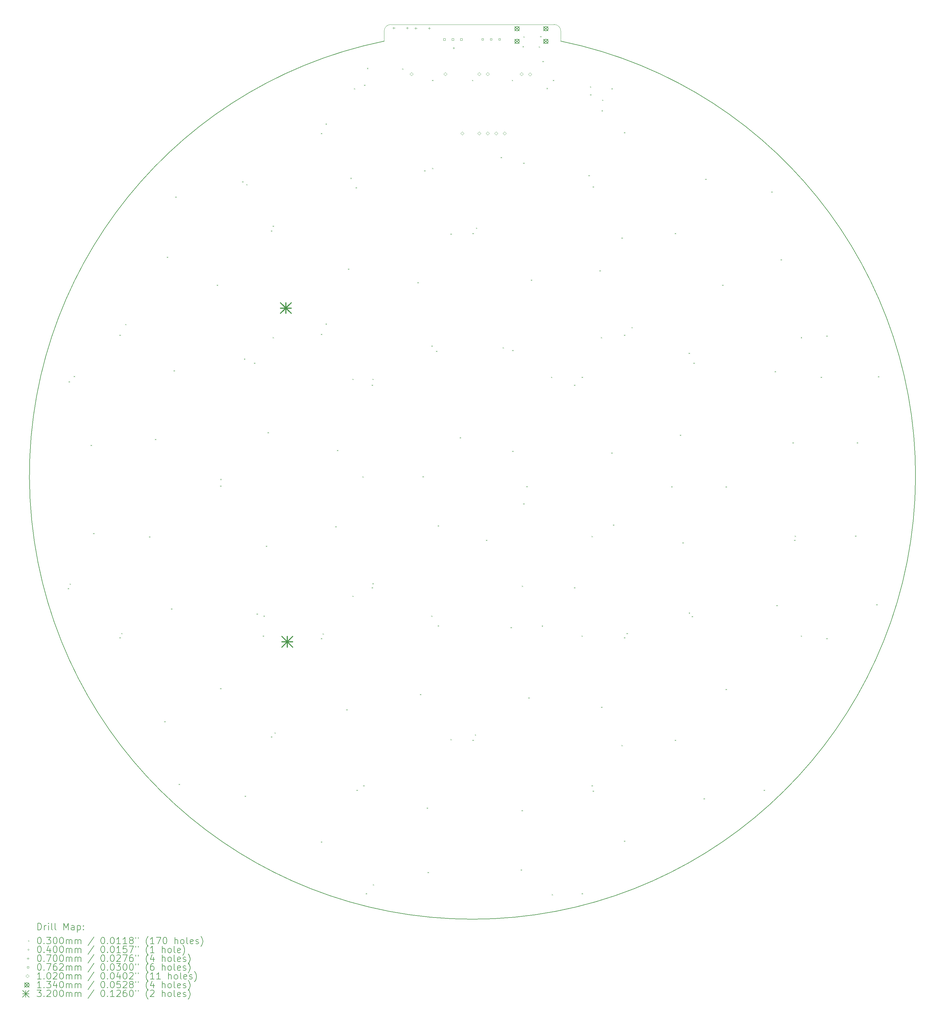
<source format=gbr>
%FSLAX45Y45*%
G04 Gerber Fmt 4.5, Leading zero omitted, Abs format (unit mm)*
G04 Created by KiCad (PCBNEW (6.0.6)) date 2022-07-04 16:04:18*
%MOMM*%
%LPD*%
G01*
G04 APERTURE LIST*
%TA.AperFunction,Profile*%
%ADD10C,0.100000*%
%TD*%
%TA.AperFunction,Profile*%
%ADD11C,0.200000*%
%TD*%
%ADD12C,0.200000*%
%ADD13C,0.030000*%
%ADD14C,0.040000*%
%ADD15C,0.070000*%
%ADD16C,0.076200*%
%ADD17C,0.102000*%
%ADD18C,0.134000*%
%ADD19C,0.320000*%
G04 APERTURE END LIST*
D10*
X15500000Y800000D02*
G75*
G03*
X15300000Y1000000I-200000J0D01*
G01*
X10400000Y1000000D02*
G75*
G03*
X10200000Y800000I0J-200000D01*
G01*
X15500000Y800000D02*
X15500000Y500000D01*
D11*
X10200000Y500000D02*
G75*
G03*
X15500000Y500000I2650000J-13025166D01*
G01*
D10*
X10200000Y500000D02*
X10200000Y800000D01*
X10400000Y1000000D02*
X15300000Y1000000D01*
D12*
D13*
X707600Y-15893000D02*
X737600Y-15923000D01*
X737600Y-15893000D02*
X707600Y-15923000D01*
X733000Y-9695400D02*
X763000Y-9725400D01*
X763000Y-9695400D02*
X733000Y-9725400D01*
X762600Y-15758120D02*
X792600Y-15788120D01*
X792600Y-15758120D02*
X762600Y-15788120D01*
X886540Y-9535400D02*
X916540Y-9565400D01*
X916540Y-9535400D02*
X886540Y-9565400D01*
X1393400Y-11600400D02*
X1423400Y-11630400D01*
X1423400Y-11600400D02*
X1393400Y-11630400D01*
X1469600Y-14242000D02*
X1499600Y-14272000D01*
X1499600Y-14242000D02*
X1469600Y-14272000D01*
X2257000Y-8298400D02*
X2287000Y-8328400D01*
X2287000Y-8298400D02*
X2257000Y-8328400D01*
X2257000Y-17366200D02*
X2287000Y-17396200D01*
X2287000Y-17366200D02*
X2257000Y-17396200D01*
X2312000Y-17240190D02*
X2342000Y-17270190D01*
X2342000Y-17240190D02*
X2312000Y-17270190D01*
X2429650Y-7974350D02*
X2459650Y-8004350D01*
X2459650Y-7974350D02*
X2429650Y-8004350D01*
X3146000Y-14343600D02*
X3176000Y-14373600D01*
X3176000Y-14343600D02*
X3146000Y-14373600D01*
X3323800Y-11422600D02*
X3353800Y-11452600D01*
X3353800Y-11422600D02*
X3323800Y-11452600D01*
X3603200Y-19880800D02*
X3633200Y-19910800D01*
X3633200Y-19880800D02*
X3603200Y-19910800D01*
X3679400Y-5961600D02*
X3709400Y-5991600D01*
X3709400Y-5961600D02*
X3679400Y-5991600D01*
X3806400Y-16502600D02*
X3836400Y-16532600D01*
X3836400Y-16502600D02*
X3806400Y-16532600D01*
X3882600Y-9365200D02*
X3912600Y-9395200D01*
X3912600Y-9365200D02*
X3882600Y-9395200D01*
X3933400Y-4158200D02*
X3963400Y-4188200D01*
X3963400Y-4158200D02*
X3933400Y-4188200D01*
X4035000Y-21760400D02*
X4065000Y-21790400D01*
X4065000Y-21760400D02*
X4035000Y-21790400D01*
X5178000Y-6799800D02*
X5208000Y-6829800D01*
X5208000Y-6799800D02*
X5178000Y-6829800D01*
X5279600Y-12819600D02*
X5309600Y-12849600D01*
X5309600Y-12819600D02*
X5279600Y-12849600D01*
X5279600Y-18890200D02*
X5309600Y-18920200D01*
X5309600Y-18890200D02*
X5279600Y-18920200D01*
X5286140Y-12620470D02*
X5316140Y-12650470D01*
X5316140Y-12620470D02*
X5286140Y-12650470D01*
X5940000Y-3701000D02*
X5970000Y-3731000D01*
X5970000Y-3701000D02*
X5940000Y-3731000D01*
X5997530Y-9012340D02*
X6027530Y-9042340D01*
X6027530Y-9012340D02*
X5997530Y-9042340D01*
X6016200Y-22116000D02*
X6046200Y-22146000D01*
X6046200Y-22116000D02*
X6016200Y-22146000D01*
X6064730Y-3785670D02*
X6094730Y-3815670D01*
X6094730Y-3785670D02*
X6064730Y-3815670D01*
X6295600Y-9136600D02*
X6325600Y-9166600D01*
X6325600Y-9136600D02*
X6295600Y-9166600D01*
X6371800Y-16655000D02*
X6401800Y-16685000D01*
X6401800Y-16655000D02*
X6371800Y-16685000D01*
X6557860Y-17313280D02*
X6587860Y-17343280D01*
X6587860Y-17313280D02*
X6557860Y-17343280D01*
X6579560Y-16716900D02*
X6609560Y-16746900D01*
X6609560Y-16716900D02*
X6579560Y-16746900D01*
X6651200Y-14623000D02*
X6681200Y-14653000D01*
X6681200Y-14623000D02*
X6651200Y-14653000D01*
X6702000Y-11219400D02*
X6732000Y-11249400D01*
X6732000Y-11219400D02*
X6702000Y-11249400D01*
X6803600Y-5174200D02*
X6833600Y-5204200D01*
X6833600Y-5174200D02*
X6803600Y-5204200D01*
X6803600Y-20338000D02*
X6833600Y-20368000D01*
X6833600Y-20338000D02*
X6803600Y-20368000D01*
X6856790Y-5031300D02*
X6886790Y-5061300D01*
X6886790Y-5031300D02*
X6856790Y-5061300D01*
X6856790Y-8367580D02*
X6886790Y-8397580D01*
X6886790Y-8367580D02*
X6856790Y-8397580D01*
X6911140Y-20217040D02*
X6941140Y-20247040D01*
X6941140Y-20217040D02*
X6911140Y-20247040D01*
X8302200Y-2253200D02*
X8332200Y-2283200D01*
X8332200Y-2253200D02*
X8302200Y-2283200D01*
X8302200Y-8273000D02*
X8332200Y-8303000D01*
X8332200Y-8273000D02*
X8302200Y-8303000D01*
X8302200Y-17391600D02*
X8332200Y-17421600D01*
X8332200Y-17391600D02*
X8302200Y-17421600D01*
X8302200Y-23487600D02*
X8332200Y-23517600D01*
X8332200Y-23487600D02*
X8302200Y-23517600D01*
X8351440Y-17252890D02*
X8381440Y-17282890D01*
X8381440Y-17252890D02*
X8351440Y-17282890D01*
X8441550Y-1969850D02*
X8471550Y-1999850D01*
X8471550Y-1969850D02*
X8441550Y-1999850D01*
X8441550Y-7961650D02*
X8471550Y-7991650D01*
X8471550Y-7961650D02*
X8441550Y-7991650D01*
X8734000Y-14038800D02*
X8764000Y-14068800D01*
X8764000Y-14038800D02*
X8734000Y-14068800D01*
X8784800Y-11752800D02*
X8814800Y-11782800D01*
X8814800Y-11752800D02*
X8784800Y-11782800D01*
X9064200Y-19525200D02*
X9094200Y-19555200D01*
X9094200Y-19525200D02*
X9064200Y-19555200D01*
X9115000Y-6317200D02*
X9145000Y-6347200D01*
X9145000Y-6317200D02*
X9115000Y-6347200D01*
X9186180Y-3596540D02*
X9216180Y-3626540D01*
X9216180Y-3596540D02*
X9186180Y-3626540D01*
X9248230Y-9618220D02*
X9278230Y-9648220D01*
X9278230Y-9618220D02*
X9248230Y-9648220D01*
X9248230Y-16120520D02*
X9278230Y-16150520D01*
X9278230Y-16120520D02*
X9248230Y-16150520D01*
X9292650Y-912830D02*
X9322650Y-942830D01*
X9322650Y-912830D02*
X9292650Y-942830D01*
X9343600Y-3878800D02*
X9373600Y-3908800D01*
X9373600Y-3878800D02*
X9343600Y-3908800D01*
X9369000Y-21938200D02*
X9399000Y-21968200D01*
X9399000Y-21938200D02*
X9369000Y-21968200D01*
X9547160Y-12542240D02*
X9577160Y-12572240D01*
X9577160Y-12542240D02*
X9547160Y-12572240D01*
X9572810Y-21801710D02*
X9602810Y-21831710D01*
X9602810Y-21801710D02*
X9572810Y-21831710D01*
X9597600Y-805400D02*
X9627600Y-835400D01*
X9627600Y-805400D02*
X9597600Y-835400D01*
X9648400Y-25037000D02*
X9678400Y-25067000D01*
X9678400Y-25037000D02*
X9648400Y-25067000D01*
X9687110Y-301380D02*
X9717110Y-331380D01*
X9717110Y-301380D02*
X9687110Y-331380D01*
X9826200Y-9797000D02*
X9856200Y-9827000D01*
X9856200Y-9797000D02*
X9826200Y-9827000D01*
X9826200Y-15867600D02*
X9856200Y-15897600D01*
X9856200Y-15867600D02*
X9826200Y-15897600D01*
X9846090Y-9618220D02*
X9876090Y-9648220D01*
X9876090Y-9618220D02*
X9846090Y-9648220D01*
X9846090Y-15745420D02*
X9876090Y-15775420D01*
X9876090Y-15745420D02*
X9846090Y-15775420D01*
X9861980Y-24768030D02*
X9891980Y-24798030D01*
X9891980Y-24768030D02*
X9861980Y-24798030D01*
X10742880Y-316450D02*
X10772880Y-346450D01*
X10772880Y-316450D02*
X10742880Y-346450D01*
X11197800Y-6723600D02*
X11227800Y-6753600D01*
X11227800Y-6723600D02*
X11197800Y-6753600D01*
X11274000Y-19068000D02*
X11304000Y-19098000D01*
X11304000Y-19068000D02*
X11274000Y-19098000D01*
X11350200Y-12540200D02*
X11380200Y-12570200D01*
X11380200Y-12540200D02*
X11350200Y-12570200D01*
X11401000Y-3370800D02*
X11431000Y-3400800D01*
X11431000Y-3370800D02*
X11401000Y-3400800D01*
X11477200Y-22471600D02*
X11507200Y-22501600D01*
X11507200Y-22471600D02*
X11477200Y-22501600D01*
X11502600Y-24402000D02*
X11532600Y-24432000D01*
X11532600Y-24402000D02*
X11502600Y-24432000D01*
X11613800Y-16716900D02*
X11643800Y-16746900D01*
X11643800Y-16716900D02*
X11613800Y-16746900D01*
X11617190Y-8623840D02*
X11647190Y-8653840D01*
X11647190Y-8623840D02*
X11617190Y-8653840D01*
X11639670Y-660370D02*
X11669670Y-690370D01*
X11669670Y-660370D02*
X11639670Y-690370D01*
X11639670Y-3298350D02*
X11669670Y-3328350D01*
X11669670Y-3298350D02*
X11639670Y-3328350D01*
X11756600Y-8781000D02*
X11786600Y-8811000D01*
X11786600Y-8781000D02*
X11756600Y-8811000D01*
X11807400Y-14013400D02*
X11837400Y-14043400D01*
X11837400Y-14013400D02*
X11807400Y-14043400D01*
X11807400Y-17010600D02*
X11837400Y-17040600D01*
X11837400Y-17010600D02*
X11807400Y-17040600D01*
X12188430Y-5268490D02*
X12218430Y-5298490D01*
X12218430Y-5268490D02*
X12188430Y-5298490D01*
X12188430Y-20416940D02*
X12218430Y-20446940D01*
X12218430Y-20416940D02*
X12188430Y-20446940D01*
X12467800Y-11371800D02*
X12497800Y-11401800D01*
X12497800Y-11371800D02*
X12467800Y-11401800D01*
X12835390Y-660370D02*
X12865390Y-690370D01*
X12865390Y-660370D02*
X12835390Y-690370D01*
X12848800Y-5250400D02*
X12878800Y-5280400D01*
X12878800Y-5250400D02*
X12848800Y-5280400D01*
X12848800Y-20439600D02*
X12878800Y-20469600D01*
X12878800Y-20439600D02*
X12848800Y-20469600D01*
X12923040Y-20279600D02*
X12953040Y-20309600D01*
X12953040Y-20279600D02*
X12923040Y-20309600D01*
X12956830Y-5090400D02*
X12986830Y-5120400D01*
X12986830Y-5090400D02*
X12956830Y-5120400D01*
X13255200Y-14445200D02*
X13285200Y-14475200D01*
X13285200Y-14445200D02*
X13255200Y-14475200D01*
X13697760Y-2971630D02*
X13727760Y-3001630D01*
X13727760Y-2971630D02*
X13697760Y-3001630D01*
X13757120Y-8672750D02*
X13787120Y-8702750D01*
X13787120Y-8672750D02*
X13757120Y-8702750D01*
X13991800Y-17061400D02*
X14021800Y-17091400D01*
X14021800Y-17061400D02*
X13991800Y-17091400D01*
X14031110Y-660370D02*
X14061110Y-690370D01*
X14061110Y-660370D02*
X14031110Y-690370D01*
X14042600Y-8755600D02*
X14072600Y-8785600D01*
X14072600Y-8755600D02*
X14042600Y-8785600D01*
X14042600Y-11778200D02*
X14072600Y-11808200D01*
X14072600Y-11778200D02*
X14042600Y-11808200D01*
X14296600Y-24325800D02*
X14326600Y-24355800D01*
X14326600Y-24325800D02*
X14296600Y-24355800D01*
X14322000Y-22547800D02*
X14352000Y-22577800D01*
X14352000Y-22547800D02*
X14322000Y-22577800D01*
X14330040Y-15822330D02*
X14360040Y-15852330D01*
X14360040Y-15822330D02*
X14330040Y-15852330D01*
X14351530Y352060D02*
X14381530Y322060D01*
X14381530Y352060D02*
X14351530Y322060D01*
X14372800Y-3142200D02*
X14402800Y-3172200D01*
X14402800Y-3142200D02*
X14372800Y-3172200D01*
X14372800Y-13353000D02*
X14402800Y-13383000D01*
X14402800Y-13353000D02*
X14372800Y-13383000D01*
X14376000Y643610D02*
X14406000Y613610D01*
X14406000Y643610D02*
X14376000Y613610D01*
X14466150Y-12837170D02*
X14496150Y-12867170D01*
X14496150Y-12837170D02*
X14466150Y-12867170D01*
X14525200Y-19169600D02*
X14555200Y-19199600D01*
X14555200Y-19169600D02*
X14525200Y-19199600D01*
X14601400Y-6647400D02*
X14631400Y-6677400D01*
X14631400Y-6647400D02*
X14601400Y-6677400D01*
X14840160Y341800D02*
X14870160Y311800D01*
X14870160Y341800D02*
X14840160Y311800D01*
X14880340Y649670D02*
X14910340Y619670D01*
X14910340Y649670D02*
X14880340Y619670D01*
X14927900Y-17015090D02*
X14957900Y-17045090D01*
X14957900Y-17015090D02*
X14927900Y-17045090D01*
X14947940Y-94490D02*
X14977940Y-124490D01*
X14977940Y-94490D02*
X14947940Y-124490D01*
X15072810Y-902770D02*
X15102810Y-932770D01*
X15102810Y-902770D02*
X15072810Y-932770D01*
X15207080Y-9560340D02*
X15237080Y-9590340D01*
X15237080Y-9560340D02*
X15207080Y-9590340D01*
X15226830Y-25066220D02*
X15256830Y-25096220D01*
X15256830Y-25066220D02*
X15226830Y-25096220D01*
X15263650Y-660370D02*
X15293650Y-690370D01*
X15293650Y-660370D02*
X15263650Y-690370D01*
X15896800Y-9797000D02*
X15926800Y-9827000D01*
X15926800Y-9797000D02*
X15896800Y-9827000D01*
X15896800Y-15867600D02*
X15926800Y-15897600D01*
X15926800Y-15867600D02*
X15896800Y-15897600D01*
X16123620Y-17313280D02*
X16153620Y-17343280D01*
X16153620Y-17313280D02*
X16123620Y-17343280D01*
X16124940Y-9560340D02*
X16154940Y-9590340D01*
X16154940Y-9560340D02*
X16124940Y-9590340D01*
X16125400Y-25037000D02*
X16155400Y-25067000D01*
X16155400Y-25037000D02*
X16125400Y-25067000D01*
X16329340Y-3515420D02*
X16359340Y-3545420D01*
X16359340Y-3515420D02*
X16329340Y-3545420D01*
X16376290Y-855120D02*
X16406290Y-885120D01*
X16406290Y-855120D02*
X16376290Y-885120D01*
X16377760Y-1093850D02*
X16407760Y-1123850D01*
X16407760Y-1093850D02*
X16377760Y-1123850D01*
X16422550Y-14331380D02*
X16452550Y-14361380D01*
X16452550Y-14331380D02*
X16422550Y-14361380D01*
X16422550Y-21803600D02*
X16452550Y-21833600D01*
X16452550Y-21803600D02*
X16422550Y-21833600D01*
X16455600Y-3853400D02*
X16485600Y-3883400D01*
X16485600Y-3853400D02*
X16455600Y-3883400D01*
X16455600Y-21963600D02*
X16485600Y-21993600D01*
X16485600Y-21963600D02*
X16455600Y-21993600D01*
X16658800Y-6368000D02*
X16688800Y-6398000D01*
X16688800Y-6368000D02*
X16658800Y-6398000D01*
X16703710Y-8367580D02*
X16733710Y-8397580D01*
X16733710Y-8367580D02*
X16703710Y-8397580D01*
X16709600Y-19449000D02*
X16739600Y-19479000D01*
X16739600Y-19449000D02*
X16709600Y-19479000D01*
X16721480Y-1572400D02*
X16751480Y-1602400D01*
X16751480Y-1572400D02*
X16721480Y-1602400D01*
X16740350Y-1254500D02*
X16770350Y-1284500D01*
X16770350Y-1254500D02*
X16740350Y-1284500D01*
X17014400Y-11829000D02*
X17044400Y-11859000D01*
X17044400Y-11829000D02*
X17014400Y-11859000D01*
X17020410Y-912830D02*
X17050410Y-942830D01*
X17050410Y-912830D02*
X17020410Y-942830D01*
X17065200Y-13988000D02*
X17095200Y-14018000D01*
X17095200Y-13988000D02*
X17065200Y-14018000D01*
X17319340Y-5385680D02*
X17349340Y-5415680D01*
X17349340Y-5385680D02*
X17319340Y-5415680D01*
X17319340Y-20593370D02*
X17349340Y-20623370D01*
X17349340Y-20593370D02*
X17319340Y-20623370D01*
X17395400Y-2227800D02*
X17425400Y-2257800D01*
X17425400Y-2227800D02*
X17395400Y-2257800D01*
X17395400Y-8298400D02*
X17425400Y-8328400D01*
X17425400Y-8298400D02*
X17395400Y-8328400D01*
X17395400Y-17366200D02*
X17425400Y-17396200D01*
X17425400Y-17366200D02*
X17395400Y-17396200D01*
X17395400Y-23462200D02*
X17425400Y-23492200D01*
X17425400Y-23462200D02*
X17395400Y-23492200D01*
X17472100Y-17240190D02*
X17502100Y-17270190D01*
X17502100Y-17240190D02*
X17472100Y-17270190D01*
X17621570Y-8069390D02*
X17651570Y-8099390D01*
X17651570Y-8069390D02*
X17621570Y-8099390D01*
X18813990Y-12840430D02*
X18843990Y-12870430D01*
X18843990Y-12840430D02*
X18813990Y-12870430D01*
X18919400Y-5250400D02*
X18949400Y-5280400D01*
X18949400Y-5250400D02*
X18919400Y-5280400D01*
X18919400Y-20439600D02*
X18949400Y-20469600D01*
X18949400Y-20439600D02*
X18919400Y-20469600D01*
X19071800Y-11295600D02*
X19101800Y-11325600D01*
X19101800Y-11295600D02*
X19071800Y-11325600D01*
X19148000Y-14521400D02*
X19178000Y-14551400D01*
X19178000Y-14521400D02*
X19148000Y-14551400D01*
X19335290Y-8840730D02*
X19365290Y-8870730D01*
X19365290Y-8840730D02*
X19335290Y-8870730D01*
X19338680Y-16624500D02*
X19368680Y-16654500D01*
X19368680Y-16624500D02*
X19338680Y-16654500D01*
X19427400Y-16731200D02*
X19457400Y-16761200D01*
X19457400Y-16731200D02*
X19427400Y-16761200D01*
X19478200Y-9136600D02*
X19508200Y-9166600D01*
X19508200Y-9136600D02*
X19478200Y-9166600D01*
X19783000Y-22192200D02*
X19813000Y-22222200D01*
X19813000Y-22192200D02*
X19783000Y-22222200D01*
X19833800Y-3624800D02*
X19863800Y-3654800D01*
X19863800Y-3624800D02*
X19833800Y-3654800D01*
X20341800Y-6799800D02*
X20371800Y-6829800D01*
X20371800Y-6799800D02*
X20341800Y-6829800D01*
X20443400Y-12845000D02*
X20473400Y-12875000D01*
X20473400Y-12845000D02*
X20443400Y-12875000D01*
X20443400Y-18915600D02*
X20473400Y-18945600D01*
X20473400Y-18915600D02*
X20443400Y-18945600D01*
X21586400Y-21938200D02*
X21616400Y-21968200D01*
X21616400Y-21938200D02*
X21586400Y-21968200D01*
X21815000Y-4005800D02*
X21845000Y-4035800D01*
X21845000Y-4005800D02*
X21815000Y-4035800D01*
X21916600Y-9390600D02*
X21946600Y-9420600D01*
X21946600Y-9390600D02*
X21916600Y-9420600D01*
X21967400Y-16401000D02*
X21997400Y-16431000D01*
X21997400Y-16401000D02*
X21967400Y-16431000D01*
X22094400Y-6037800D02*
X22124400Y-6067800D01*
X22124400Y-6037800D02*
X22094400Y-6067800D01*
X22450000Y-11524200D02*
X22480000Y-11554200D01*
X22480000Y-11524200D02*
X22450000Y-11554200D01*
X22500800Y-14445200D02*
X22530800Y-14475200D01*
X22530800Y-14445200D02*
X22500800Y-14475200D01*
X22519460Y-14321680D02*
X22549460Y-14351680D01*
X22549460Y-14321680D02*
X22519460Y-14351680D01*
X22700080Y-8367580D02*
X22730080Y-8397580D01*
X22730080Y-8367580D02*
X22700080Y-8397580D01*
X22700080Y-17313280D02*
X22730080Y-17343280D01*
X22730080Y-17313280D02*
X22700080Y-17343280D01*
X23297940Y-9560340D02*
X23327940Y-9590340D01*
X23327940Y-9560340D02*
X23297940Y-9590340D01*
X23466000Y-8323800D02*
X23496000Y-8353800D01*
X23496000Y-8323800D02*
X23466000Y-8353800D01*
X23466000Y-17391600D02*
X23496000Y-17421600D01*
X23496000Y-17391600D02*
X23466000Y-17421600D01*
X24329600Y-14318200D02*
X24359600Y-14348200D01*
X24359600Y-14318200D02*
X24329600Y-14348200D01*
X24380400Y-11524200D02*
X24410400Y-11554200D01*
X24410400Y-11524200D02*
X24380400Y-11554200D01*
X24964600Y-16375600D02*
X24994600Y-16405600D01*
X24994600Y-16375600D02*
X24964600Y-16405600D01*
X25015400Y-9543000D02*
X25045400Y-9573000D01*
X25045400Y-9543000D02*
X25015400Y-9573000D01*
D14*
X12312000Y288000D02*
G75*
G03*
X12312000Y288000I-20000J0D01*
G01*
D15*
X10488500Y931000D02*
X10488500Y861000D01*
X10453500Y896000D02*
X10523500Y896000D01*
X10893500Y931000D02*
X10893500Y861000D01*
X10858500Y896000D02*
X10928500Y896000D01*
X11149500Y924000D02*
X11149500Y854000D01*
X11114500Y889000D02*
X11184500Y889000D01*
X11554500Y924000D02*
X11554500Y854000D01*
X11519500Y889000D02*
X11589500Y889000D01*
D16*
X12031941Y524649D02*
X12031941Y578531D01*
X11978059Y578531D01*
X11978059Y524649D01*
X12031941Y524649D01*
X12285941Y524649D02*
X12285941Y578531D01*
X12232059Y578531D01*
X12232059Y524649D01*
X12285941Y524649D01*
X12539941Y524649D02*
X12539941Y578531D01*
X12486059Y578531D01*
X12486059Y524649D01*
X12539941Y524649D01*
X13180941Y531649D02*
X13180941Y585531D01*
X13127059Y585531D01*
X13127059Y531649D01*
X13180941Y531649D01*
X13434941Y531649D02*
X13434941Y585531D01*
X13381059Y585531D01*
X13381059Y531649D01*
X13434941Y531649D01*
X13688941Y531649D02*
X13688941Y585531D01*
X13635059Y585531D01*
X13635059Y531649D01*
X13688941Y531649D01*
D17*
X11017000Y-538000D02*
X11068000Y-487000D01*
X11017000Y-436000D01*
X10966000Y-487000D01*
X11017000Y-538000D01*
X12033000Y-538000D02*
X12084000Y-487000D01*
X12033000Y-436000D01*
X11982000Y-487000D01*
X12033000Y-538000D01*
X12541000Y-2316000D02*
X12592000Y-2265000D01*
X12541000Y-2214000D01*
X12490000Y-2265000D01*
X12541000Y-2316000D01*
X13049000Y-538000D02*
X13100000Y-487000D01*
X13049000Y-436000D01*
X12998000Y-487000D01*
X13049000Y-538000D01*
X13049000Y-2316000D02*
X13100000Y-2265000D01*
X13049000Y-2214000D01*
X12998000Y-2265000D01*
X13049000Y-2316000D01*
X13303000Y-538000D02*
X13354000Y-487000D01*
X13303000Y-436000D01*
X13252000Y-487000D01*
X13303000Y-538000D01*
X13303000Y-2316000D02*
X13354000Y-2265000D01*
X13303000Y-2214000D01*
X13252000Y-2265000D01*
X13303000Y-2316000D01*
X13557000Y-2316000D02*
X13608000Y-2265000D01*
X13557000Y-2214000D01*
X13506000Y-2265000D01*
X13557000Y-2316000D01*
X13811000Y-2316000D02*
X13862000Y-2265000D01*
X13811000Y-2214000D01*
X13760000Y-2265000D01*
X13811000Y-2316000D01*
X14319000Y-538000D02*
X14370000Y-487000D01*
X14319000Y-436000D01*
X14268000Y-487000D01*
X14319000Y-538000D01*
X14573000Y-542000D02*
X14624000Y-491000D01*
X14573000Y-440000D01*
X14522000Y-491000D01*
X14573000Y-542000D01*
D18*
X14120000Y940000D02*
X14254000Y806000D01*
X14254000Y940000D02*
X14120000Y806000D01*
X14254000Y873000D02*
G75*
G03*
X14254000Y873000I-67000J0D01*
G01*
X14120000Y560000D02*
X14254000Y426000D01*
X14254000Y560000D02*
X14120000Y426000D01*
X14254000Y493000D02*
G75*
G03*
X14254000Y493000I-67000J0D01*
G01*
X14984000Y940000D02*
X15118000Y806000D01*
X15118000Y940000D02*
X14984000Y806000D01*
X15118000Y873000D02*
G75*
G03*
X15118000Y873000I-67000J0D01*
G01*
X14984000Y560000D02*
X15118000Y426000D01*
X15118000Y560000D02*
X14984000Y426000D01*
X15118000Y493000D02*
G75*
G03*
X15118000Y493000I-67000J0D01*
G01*
D19*
X7090000Y-7340000D02*
X7410000Y-7660000D01*
X7410000Y-7340000D02*
X7090000Y-7660000D01*
X7250000Y-7340000D02*
X7250000Y-7660000D01*
X7090000Y-7500000D02*
X7410000Y-7500000D01*
X7132000Y-17340000D02*
X7452000Y-17660000D01*
X7452000Y-17340000D02*
X7132000Y-17660000D01*
X7292000Y-17340000D02*
X7292000Y-17660000D01*
X7132000Y-17500000D02*
X7452000Y-17500000D01*
D12*
X-194388Y-26137649D02*
X-194388Y-25937649D01*
X-146769Y-25937649D01*
X-118197Y-25947173D01*
X-99150Y-25966221D01*
X-89626Y-25985268D01*
X-80102Y-26023364D01*
X-80102Y-26051935D01*
X-89626Y-26090030D01*
X-99150Y-26109078D01*
X-118197Y-26128125D01*
X-146769Y-26137649D01*
X-194388Y-26137649D01*
X5612Y-26137649D02*
X5612Y-26004316D01*
X5612Y-26042411D02*
X15136Y-26023364D01*
X24659Y-26013840D01*
X43707Y-26004316D01*
X62755Y-26004316D01*
X129421Y-26137649D02*
X129421Y-26004316D01*
X129421Y-25937649D02*
X119898Y-25947173D01*
X129421Y-25956697D01*
X138945Y-25947173D01*
X129421Y-25937649D01*
X129421Y-25956697D01*
X253231Y-26137649D02*
X234183Y-26128125D01*
X224659Y-26109078D01*
X224659Y-25937649D01*
X357993Y-26137649D02*
X338945Y-26128125D01*
X329421Y-26109078D01*
X329421Y-25937649D01*
X586564Y-26137649D02*
X586564Y-25937649D01*
X653231Y-26080506D01*
X719898Y-25937649D01*
X719898Y-26137649D01*
X900850Y-26137649D02*
X900850Y-26032887D01*
X891326Y-26013840D01*
X872279Y-26004316D01*
X834183Y-26004316D01*
X815136Y-26013840D01*
X900850Y-26128125D02*
X881802Y-26137649D01*
X834183Y-26137649D01*
X815136Y-26128125D01*
X805612Y-26109078D01*
X805612Y-26090030D01*
X815136Y-26070983D01*
X834183Y-26061459D01*
X881802Y-26061459D01*
X900850Y-26051935D01*
X996088Y-26004316D02*
X996088Y-26204316D01*
X996088Y-26013840D02*
X1015136Y-26004316D01*
X1053231Y-26004316D01*
X1072279Y-26013840D01*
X1081802Y-26023364D01*
X1091326Y-26042411D01*
X1091326Y-26099554D01*
X1081802Y-26118602D01*
X1072279Y-26128125D01*
X1053231Y-26137649D01*
X1015136Y-26137649D01*
X996088Y-26128125D01*
X1177041Y-26118602D02*
X1186564Y-26128125D01*
X1177041Y-26137649D01*
X1167517Y-26128125D01*
X1177041Y-26118602D01*
X1177041Y-26137649D01*
X1177041Y-26013840D02*
X1186564Y-26023364D01*
X1177041Y-26032887D01*
X1167517Y-26023364D01*
X1177041Y-26013840D01*
X1177041Y-26032887D01*
D13*
X-482007Y-26452173D02*
X-452007Y-26482173D01*
X-452007Y-26452173D02*
X-482007Y-26482173D01*
D12*
X-156293Y-26357649D02*
X-137245Y-26357649D01*
X-118197Y-26367173D01*
X-108674Y-26376697D01*
X-99150Y-26395745D01*
X-89626Y-26433840D01*
X-89626Y-26481459D01*
X-99150Y-26519554D01*
X-108674Y-26538602D01*
X-118197Y-26548125D01*
X-137245Y-26557649D01*
X-156293Y-26557649D01*
X-175340Y-26548125D01*
X-184864Y-26538602D01*
X-194388Y-26519554D01*
X-203912Y-26481459D01*
X-203912Y-26433840D01*
X-194388Y-26395745D01*
X-184864Y-26376697D01*
X-175340Y-26367173D01*
X-156293Y-26357649D01*
X-3912Y-26538602D02*
X5612Y-26548125D01*
X-3912Y-26557649D01*
X-13436Y-26548125D01*
X-3912Y-26538602D01*
X-3912Y-26557649D01*
X72279Y-26357649D02*
X196088Y-26357649D01*
X129421Y-26433840D01*
X157993Y-26433840D01*
X177040Y-26443364D01*
X186564Y-26452887D01*
X196088Y-26471935D01*
X196088Y-26519554D01*
X186564Y-26538602D01*
X177040Y-26548125D01*
X157993Y-26557649D01*
X100850Y-26557649D01*
X81802Y-26548125D01*
X72279Y-26538602D01*
X319898Y-26357649D02*
X338945Y-26357649D01*
X357993Y-26367173D01*
X367517Y-26376697D01*
X377040Y-26395745D01*
X386564Y-26433840D01*
X386564Y-26481459D01*
X377040Y-26519554D01*
X367517Y-26538602D01*
X357993Y-26548125D01*
X338945Y-26557649D01*
X319898Y-26557649D01*
X300850Y-26548125D01*
X291326Y-26538602D01*
X281802Y-26519554D01*
X272279Y-26481459D01*
X272279Y-26433840D01*
X281802Y-26395745D01*
X291326Y-26376697D01*
X300850Y-26367173D01*
X319898Y-26357649D01*
X510374Y-26357649D02*
X529421Y-26357649D01*
X548469Y-26367173D01*
X557993Y-26376697D01*
X567517Y-26395745D01*
X577041Y-26433840D01*
X577041Y-26481459D01*
X567517Y-26519554D01*
X557993Y-26538602D01*
X548469Y-26548125D01*
X529421Y-26557649D01*
X510374Y-26557649D01*
X491326Y-26548125D01*
X481802Y-26538602D01*
X472279Y-26519554D01*
X462755Y-26481459D01*
X462755Y-26433840D01*
X472279Y-26395745D01*
X481802Y-26376697D01*
X491326Y-26367173D01*
X510374Y-26357649D01*
X662755Y-26557649D02*
X662755Y-26424316D01*
X662755Y-26443364D02*
X672279Y-26433840D01*
X691326Y-26424316D01*
X719898Y-26424316D01*
X738945Y-26433840D01*
X748469Y-26452887D01*
X748469Y-26557649D01*
X748469Y-26452887D02*
X757993Y-26433840D01*
X777040Y-26424316D01*
X805612Y-26424316D01*
X824659Y-26433840D01*
X834183Y-26452887D01*
X834183Y-26557649D01*
X929421Y-26557649D02*
X929421Y-26424316D01*
X929421Y-26443364D02*
X938945Y-26433840D01*
X957993Y-26424316D01*
X986564Y-26424316D01*
X1005612Y-26433840D01*
X1015136Y-26452887D01*
X1015136Y-26557649D01*
X1015136Y-26452887D02*
X1024659Y-26433840D01*
X1043707Y-26424316D01*
X1072279Y-26424316D01*
X1091326Y-26433840D01*
X1100850Y-26452887D01*
X1100850Y-26557649D01*
X1491326Y-26348125D02*
X1319898Y-26605268D01*
X1748469Y-26357649D02*
X1767517Y-26357649D01*
X1786564Y-26367173D01*
X1796088Y-26376697D01*
X1805612Y-26395745D01*
X1815136Y-26433840D01*
X1815136Y-26481459D01*
X1805612Y-26519554D01*
X1796088Y-26538602D01*
X1786564Y-26548125D01*
X1767517Y-26557649D01*
X1748469Y-26557649D01*
X1729421Y-26548125D01*
X1719898Y-26538602D01*
X1710374Y-26519554D01*
X1700850Y-26481459D01*
X1700850Y-26433840D01*
X1710374Y-26395745D01*
X1719898Y-26376697D01*
X1729421Y-26367173D01*
X1748469Y-26357649D01*
X1900850Y-26538602D02*
X1910374Y-26548125D01*
X1900850Y-26557649D01*
X1891326Y-26548125D01*
X1900850Y-26538602D01*
X1900850Y-26557649D01*
X2034183Y-26357649D02*
X2053231Y-26357649D01*
X2072279Y-26367173D01*
X2081802Y-26376697D01*
X2091326Y-26395745D01*
X2100850Y-26433840D01*
X2100850Y-26481459D01*
X2091326Y-26519554D01*
X2081802Y-26538602D01*
X2072279Y-26548125D01*
X2053231Y-26557649D01*
X2034183Y-26557649D01*
X2015136Y-26548125D01*
X2005612Y-26538602D01*
X1996088Y-26519554D01*
X1986564Y-26481459D01*
X1986564Y-26433840D01*
X1996088Y-26395745D01*
X2005612Y-26376697D01*
X2015136Y-26367173D01*
X2034183Y-26357649D01*
X2291326Y-26557649D02*
X2177041Y-26557649D01*
X2234183Y-26557649D02*
X2234183Y-26357649D01*
X2215136Y-26386221D01*
X2196088Y-26405268D01*
X2177041Y-26414792D01*
X2481802Y-26557649D02*
X2367517Y-26557649D01*
X2424660Y-26557649D02*
X2424660Y-26357649D01*
X2405612Y-26386221D01*
X2386564Y-26405268D01*
X2367517Y-26414792D01*
X2596088Y-26443364D02*
X2577041Y-26433840D01*
X2567517Y-26424316D01*
X2557993Y-26405268D01*
X2557993Y-26395745D01*
X2567517Y-26376697D01*
X2577041Y-26367173D01*
X2596088Y-26357649D01*
X2634183Y-26357649D01*
X2653231Y-26367173D01*
X2662755Y-26376697D01*
X2672279Y-26395745D01*
X2672279Y-26405268D01*
X2662755Y-26424316D01*
X2653231Y-26433840D01*
X2634183Y-26443364D01*
X2596088Y-26443364D01*
X2577041Y-26452887D01*
X2567517Y-26462411D01*
X2557993Y-26481459D01*
X2557993Y-26519554D01*
X2567517Y-26538602D01*
X2577041Y-26548125D01*
X2596088Y-26557649D01*
X2634183Y-26557649D01*
X2653231Y-26548125D01*
X2662755Y-26538602D01*
X2672279Y-26519554D01*
X2672279Y-26481459D01*
X2662755Y-26462411D01*
X2653231Y-26452887D01*
X2634183Y-26443364D01*
X2748469Y-26357649D02*
X2748469Y-26395745D01*
X2824659Y-26357649D02*
X2824659Y-26395745D01*
X3119898Y-26633840D02*
X3110374Y-26624316D01*
X3091326Y-26595745D01*
X3081802Y-26576697D01*
X3072279Y-26548125D01*
X3062755Y-26500506D01*
X3062755Y-26462411D01*
X3072279Y-26414792D01*
X3081802Y-26386221D01*
X3091326Y-26367173D01*
X3110374Y-26338602D01*
X3119898Y-26329078D01*
X3300850Y-26557649D02*
X3186564Y-26557649D01*
X3243707Y-26557649D02*
X3243707Y-26357649D01*
X3224659Y-26386221D01*
X3205612Y-26405268D01*
X3186564Y-26414792D01*
X3367517Y-26357649D02*
X3500850Y-26357649D01*
X3415136Y-26557649D01*
X3615136Y-26357649D02*
X3634183Y-26357649D01*
X3653231Y-26367173D01*
X3662755Y-26376697D01*
X3672279Y-26395745D01*
X3681802Y-26433840D01*
X3681802Y-26481459D01*
X3672279Y-26519554D01*
X3662755Y-26538602D01*
X3653231Y-26548125D01*
X3634183Y-26557649D01*
X3615136Y-26557649D01*
X3596088Y-26548125D01*
X3586564Y-26538602D01*
X3577040Y-26519554D01*
X3567517Y-26481459D01*
X3567517Y-26433840D01*
X3577040Y-26395745D01*
X3586564Y-26376697D01*
X3596088Y-26367173D01*
X3615136Y-26357649D01*
X3919898Y-26557649D02*
X3919898Y-26357649D01*
X4005612Y-26557649D02*
X4005612Y-26452887D01*
X3996088Y-26433840D01*
X3977040Y-26424316D01*
X3948469Y-26424316D01*
X3929421Y-26433840D01*
X3919898Y-26443364D01*
X4129421Y-26557649D02*
X4110374Y-26548125D01*
X4100850Y-26538602D01*
X4091326Y-26519554D01*
X4091326Y-26462411D01*
X4100850Y-26443364D01*
X4110374Y-26433840D01*
X4129421Y-26424316D01*
X4157993Y-26424316D01*
X4177040Y-26433840D01*
X4186564Y-26443364D01*
X4196088Y-26462411D01*
X4196088Y-26519554D01*
X4186564Y-26538602D01*
X4177040Y-26548125D01*
X4157993Y-26557649D01*
X4129421Y-26557649D01*
X4310374Y-26557649D02*
X4291326Y-26548125D01*
X4281802Y-26529078D01*
X4281802Y-26357649D01*
X4462755Y-26548125D02*
X4443707Y-26557649D01*
X4405612Y-26557649D01*
X4386564Y-26548125D01*
X4377041Y-26529078D01*
X4377041Y-26452887D01*
X4386564Y-26433840D01*
X4405612Y-26424316D01*
X4443707Y-26424316D01*
X4462755Y-26433840D01*
X4472279Y-26452887D01*
X4472279Y-26471935D01*
X4377041Y-26490983D01*
X4548469Y-26548125D02*
X4567517Y-26557649D01*
X4605612Y-26557649D01*
X4624660Y-26548125D01*
X4634183Y-26529078D01*
X4634183Y-26519554D01*
X4624660Y-26500506D01*
X4605612Y-26490983D01*
X4577041Y-26490983D01*
X4557993Y-26481459D01*
X4548469Y-26462411D01*
X4548469Y-26452887D01*
X4557993Y-26433840D01*
X4577041Y-26424316D01*
X4605612Y-26424316D01*
X4624660Y-26433840D01*
X4700850Y-26633840D02*
X4710374Y-26624316D01*
X4729421Y-26595745D01*
X4738945Y-26576697D01*
X4748469Y-26548125D01*
X4757993Y-26500506D01*
X4757993Y-26462411D01*
X4748469Y-26414792D01*
X4738945Y-26386221D01*
X4729421Y-26367173D01*
X4710374Y-26338602D01*
X4700850Y-26329078D01*
D14*
X-452007Y-26731173D02*
G75*
G03*
X-452007Y-26731173I-20000J0D01*
G01*
D12*
X-156293Y-26621649D02*
X-137245Y-26621649D01*
X-118197Y-26631173D01*
X-108674Y-26640697D01*
X-99150Y-26659745D01*
X-89626Y-26697840D01*
X-89626Y-26745459D01*
X-99150Y-26783554D01*
X-108674Y-26802602D01*
X-118197Y-26812125D01*
X-137245Y-26821649D01*
X-156293Y-26821649D01*
X-175340Y-26812125D01*
X-184864Y-26802602D01*
X-194388Y-26783554D01*
X-203912Y-26745459D01*
X-203912Y-26697840D01*
X-194388Y-26659745D01*
X-184864Y-26640697D01*
X-175340Y-26631173D01*
X-156293Y-26621649D01*
X-3912Y-26802602D02*
X5612Y-26812125D01*
X-3912Y-26821649D01*
X-13436Y-26812125D01*
X-3912Y-26802602D01*
X-3912Y-26821649D01*
X177040Y-26688316D02*
X177040Y-26821649D01*
X129421Y-26612125D02*
X81802Y-26754983D01*
X205612Y-26754983D01*
X319898Y-26621649D02*
X338945Y-26621649D01*
X357993Y-26631173D01*
X367517Y-26640697D01*
X377040Y-26659745D01*
X386564Y-26697840D01*
X386564Y-26745459D01*
X377040Y-26783554D01*
X367517Y-26802602D01*
X357993Y-26812125D01*
X338945Y-26821649D01*
X319898Y-26821649D01*
X300850Y-26812125D01*
X291326Y-26802602D01*
X281802Y-26783554D01*
X272279Y-26745459D01*
X272279Y-26697840D01*
X281802Y-26659745D01*
X291326Y-26640697D01*
X300850Y-26631173D01*
X319898Y-26621649D01*
X510374Y-26621649D02*
X529421Y-26621649D01*
X548469Y-26631173D01*
X557993Y-26640697D01*
X567517Y-26659745D01*
X577041Y-26697840D01*
X577041Y-26745459D01*
X567517Y-26783554D01*
X557993Y-26802602D01*
X548469Y-26812125D01*
X529421Y-26821649D01*
X510374Y-26821649D01*
X491326Y-26812125D01*
X481802Y-26802602D01*
X472279Y-26783554D01*
X462755Y-26745459D01*
X462755Y-26697840D01*
X472279Y-26659745D01*
X481802Y-26640697D01*
X491326Y-26631173D01*
X510374Y-26621649D01*
X662755Y-26821649D02*
X662755Y-26688316D01*
X662755Y-26707364D02*
X672279Y-26697840D01*
X691326Y-26688316D01*
X719898Y-26688316D01*
X738945Y-26697840D01*
X748469Y-26716887D01*
X748469Y-26821649D01*
X748469Y-26716887D02*
X757993Y-26697840D01*
X777040Y-26688316D01*
X805612Y-26688316D01*
X824659Y-26697840D01*
X834183Y-26716887D01*
X834183Y-26821649D01*
X929421Y-26821649D02*
X929421Y-26688316D01*
X929421Y-26707364D02*
X938945Y-26697840D01*
X957993Y-26688316D01*
X986564Y-26688316D01*
X1005612Y-26697840D01*
X1015136Y-26716887D01*
X1015136Y-26821649D01*
X1015136Y-26716887D02*
X1024659Y-26697840D01*
X1043707Y-26688316D01*
X1072279Y-26688316D01*
X1091326Y-26697840D01*
X1100850Y-26716887D01*
X1100850Y-26821649D01*
X1491326Y-26612125D02*
X1319898Y-26869268D01*
X1748469Y-26621649D02*
X1767517Y-26621649D01*
X1786564Y-26631173D01*
X1796088Y-26640697D01*
X1805612Y-26659745D01*
X1815136Y-26697840D01*
X1815136Y-26745459D01*
X1805612Y-26783554D01*
X1796088Y-26802602D01*
X1786564Y-26812125D01*
X1767517Y-26821649D01*
X1748469Y-26821649D01*
X1729421Y-26812125D01*
X1719898Y-26802602D01*
X1710374Y-26783554D01*
X1700850Y-26745459D01*
X1700850Y-26697840D01*
X1710374Y-26659745D01*
X1719898Y-26640697D01*
X1729421Y-26631173D01*
X1748469Y-26621649D01*
X1900850Y-26802602D02*
X1910374Y-26812125D01*
X1900850Y-26821649D01*
X1891326Y-26812125D01*
X1900850Y-26802602D01*
X1900850Y-26821649D01*
X2034183Y-26621649D02*
X2053231Y-26621649D01*
X2072279Y-26631173D01*
X2081802Y-26640697D01*
X2091326Y-26659745D01*
X2100850Y-26697840D01*
X2100850Y-26745459D01*
X2091326Y-26783554D01*
X2081802Y-26802602D01*
X2072279Y-26812125D01*
X2053231Y-26821649D01*
X2034183Y-26821649D01*
X2015136Y-26812125D01*
X2005612Y-26802602D01*
X1996088Y-26783554D01*
X1986564Y-26745459D01*
X1986564Y-26697840D01*
X1996088Y-26659745D01*
X2005612Y-26640697D01*
X2015136Y-26631173D01*
X2034183Y-26621649D01*
X2291326Y-26821649D02*
X2177041Y-26821649D01*
X2234183Y-26821649D02*
X2234183Y-26621649D01*
X2215136Y-26650221D01*
X2196088Y-26669268D01*
X2177041Y-26678792D01*
X2472279Y-26621649D02*
X2377041Y-26621649D01*
X2367517Y-26716887D01*
X2377041Y-26707364D01*
X2396088Y-26697840D01*
X2443707Y-26697840D01*
X2462755Y-26707364D01*
X2472279Y-26716887D01*
X2481802Y-26735935D01*
X2481802Y-26783554D01*
X2472279Y-26802602D01*
X2462755Y-26812125D01*
X2443707Y-26821649D01*
X2396088Y-26821649D01*
X2377041Y-26812125D01*
X2367517Y-26802602D01*
X2548469Y-26621649D02*
X2681802Y-26621649D01*
X2596088Y-26821649D01*
X2748469Y-26621649D02*
X2748469Y-26659745D01*
X2824659Y-26621649D02*
X2824659Y-26659745D01*
X3119898Y-26897840D02*
X3110374Y-26888316D01*
X3091326Y-26859745D01*
X3081802Y-26840697D01*
X3072279Y-26812125D01*
X3062755Y-26764506D01*
X3062755Y-26726411D01*
X3072279Y-26678792D01*
X3081802Y-26650221D01*
X3091326Y-26631173D01*
X3110374Y-26602602D01*
X3119898Y-26593078D01*
X3300850Y-26821649D02*
X3186564Y-26821649D01*
X3243707Y-26821649D02*
X3243707Y-26621649D01*
X3224659Y-26650221D01*
X3205612Y-26669268D01*
X3186564Y-26678792D01*
X3538945Y-26821649D02*
X3538945Y-26621649D01*
X3624659Y-26821649D02*
X3624659Y-26716887D01*
X3615136Y-26697840D01*
X3596088Y-26688316D01*
X3567517Y-26688316D01*
X3548469Y-26697840D01*
X3538945Y-26707364D01*
X3748469Y-26821649D02*
X3729421Y-26812125D01*
X3719898Y-26802602D01*
X3710374Y-26783554D01*
X3710374Y-26726411D01*
X3719898Y-26707364D01*
X3729421Y-26697840D01*
X3748469Y-26688316D01*
X3777040Y-26688316D01*
X3796088Y-26697840D01*
X3805612Y-26707364D01*
X3815136Y-26726411D01*
X3815136Y-26783554D01*
X3805612Y-26802602D01*
X3796088Y-26812125D01*
X3777040Y-26821649D01*
X3748469Y-26821649D01*
X3929421Y-26821649D02*
X3910374Y-26812125D01*
X3900850Y-26793078D01*
X3900850Y-26621649D01*
X4081802Y-26812125D02*
X4062755Y-26821649D01*
X4024659Y-26821649D01*
X4005612Y-26812125D01*
X3996088Y-26793078D01*
X3996088Y-26716887D01*
X4005612Y-26697840D01*
X4024659Y-26688316D01*
X4062755Y-26688316D01*
X4081802Y-26697840D01*
X4091326Y-26716887D01*
X4091326Y-26735935D01*
X3996088Y-26754983D01*
X4157993Y-26897840D02*
X4167517Y-26888316D01*
X4186564Y-26859745D01*
X4196088Y-26840697D01*
X4205612Y-26812125D01*
X4215136Y-26764506D01*
X4215136Y-26726411D01*
X4205612Y-26678792D01*
X4196088Y-26650221D01*
X4186564Y-26631173D01*
X4167517Y-26602602D01*
X4157993Y-26593078D01*
D15*
X-487007Y-26960173D02*
X-487007Y-27030173D01*
X-522007Y-26995173D02*
X-452007Y-26995173D01*
D12*
X-156293Y-26885649D02*
X-137245Y-26885649D01*
X-118197Y-26895173D01*
X-108674Y-26904697D01*
X-99150Y-26923745D01*
X-89626Y-26961840D01*
X-89626Y-27009459D01*
X-99150Y-27047554D01*
X-108674Y-27066602D01*
X-118197Y-27076125D01*
X-137245Y-27085649D01*
X-156293Y-27085649D01*
X-175340Y-27076125D01*
X-184864Y-27066602D01*
X-194388Y-27047554D01*
X-203912Y-27009459D01*
X-203912Y-26961840D01*
X-194388Y-26923745D01*
X-184864Y-26904697D01*
X-175340Y-26895173D01*
X-156293Y-26885649D01*
X-3912Y-27066602D02*
X5612Y-27076125D01*
X-3912Y-27085649D01*
X-13436Y-27076125D01*
X-3912Y-27066602D01*
X-3912Y-27085649D01*
X72279Y-26885649D02*
X205612Y-26885649D01*
X119898Y-27085649D01*
X319898Y-26885649D02*
X338945Y-26885649D01*
X357993Y-26895173D01*
X367517Y-26904697D01*
X377040Y-26923745D01*
X386564Y-26961840D01*
X386564Y-27009459D01*
X377040Y-27047554D01*
X367517Y-27066602D01*
X357993Y-27076125D01*
X338945Y-27085649D01*
X319898Y-27085649D01*
X300850Y-27076125D01*
X291326Y-27066602D01*
X281802Y-27047554D01*
X272279Y-27009459D01*
X272279Y-26961840D01*
X281802Y-26923745D01*
X291326Y-26904697D01*
X300850Y-26895173D01*
X319898Y-26885649D01*
X510374Y-26885649D02*
X529421Y-26885649D01*
X548469Y-26895173D01*
X557993Y-26904697D01*
X567517Y-26923745D01*
X577041Y-26961840D01*
X577041Y-27009459D01*
X567517Y-27047554D01*
X557993Y-27066602D01*
X548469Y-27076125D01*
X529421Y-27085649D01*
X510374Y-27085649D01*
X491326Y-27076125D01*
X481802Y-27066602D01*
X472279Y-27047554D01*
X462755Y-27009459D01*
X462755Y-26961840D01*
X472279Y-26923745D01*
X481802Y-26904697D01*
X491326Y-26895173D01*
X510374Y-26885649D01*
X662755Y-27085649D02*
X662755Y-26952316D01*
X662755Y-26971364D02*
X672279Y-26961840D01*
X691326Y-26952316D01*
X719898Y-26952316D01*
X738945Y-26961840D01*
X748469Y-26980887D01*
X748469Y-27085649D01*
X748469Y-26980887D02*
X757993Y-26961840D01*
X777040Y-26952316D01*
X805612Y-26952316D01*
X824659Y-26961840D01*
X834183Y-26980887D01*
X834183Y-27085649D01*
X929421Y-27085649D02*
X929421Y-26952316D01*
X929421Y-26971364D02*
X938945Y-26961840D01*
X957993Y-26952316D01*
X986564Y-26952316D01*
X1005612Y-26961840D01*
X1015136Y-26980887D01*
X1015136Y-27085649D01*
X1015136Y-26980887D02*
X1024659Y-26961840D01*
X1043707Y-26952316D01*
X1072279Y-26952316D01*
X1091326Y-26961840D01*
X1100850Y-26980887D01*
X1100850Y-27085649D01*
X1491326Y-26876125D02*
X1319898Y-27133268D01*
X1748469Y-26885649D02*
X1767517Y-26885649D01*
X1786564Y-26895173D01*
X1796088Y-26904697D01*
X1805612Y-26923745D01*
X1815136Y-26961840D01*
X1815136Y-27009459D01*
X1805612Y-27047554D01*
X1796088Y-27066602D01*
X1786564Y-27076125D01*
X1767517Y-27085649D01*
X1748469Y-27085649D01*
X1729421Y-27076125D01*
X1719898Y-27066602D01*
X1710374Y-27047554D01*
X1700850Y-27009459D01*
X1700850Y-26961840D01*
X1710374Y-26923745D01*
X1719898Y-26904697D01*
X1729421Y-26895173D01*
X1748469Y-26885649D01*
X1900850Y-27066602D02*
X1910374Y-27076125D01*
X1900850Y-27085649D01*
X1891326Y-27076125D01*
X1900850Y-27066602D01*
X1900850Y-27085649D01*
X2034183Y-26885649D02*
X2053231Y-26885649D01*
X2072279Y-26895173D01*
X2081802Y-26904697D01*
X2091326Y-26923745D01*
X2100850Y-26961840D01*
X2100850Y-27009459D01*
X2091326Y-27047554D01*
X2081802Y-27066602D01*
X2072279Y-27076125D01*
X2053231Y-27085649D01*
X2034183Y-27085649D01*
X2015136Y-27076125D01*
X2005612Y-27066602D01*
X1996088Y-27047554D01*
X1986564Y-27009459D01*
X1986564Y-26961840D01*
X1996088Y-26923745D01*
X2005612Y-26904697D01*
X2015136Y-26895173D01*
X2034183Y-26885649D01*
X2177041Y-26904697D02*
X2186564Y-26895173D01*
X2205612Y-26885649D01*
X2253231Y-26885649D01*
X2272279Y-26895173D01*
X2281802Y-26904697D01*
X2291326Y-26923745D01*
X2291326Y-26942792D01*
X2281802Y-26971364D01*
X2167517Y-27085649D01*
X2291326Y-27085649D01*
X2357993Y-26885649D02*
X2491326Y-26885649D01*
X2405612Y-27085649D01*
X2653231Y-26885649D02*
X2615136Y-26885649D01*
X2596088Y-26895173D01*
X2586564Y-26904697D01*
X2567517Y-26933268D01*
X2557993Y-26971364D01*
X2557993Y-27047554D01*
X2567517Y-27066602D01*
X2577041Y-27076125D01*
X2596088Y-27085649D01*
X2634183Y-27085649D01*
X2653231Y-27076125D01*
X2662755Y-27066602D01*
X2672279Y-27047554D01*
X2672279Y-26999935D01*
X2662755Y-26980887D01*
X2653231Y-26971364D01*
X2634183Y-26961840D01*
X2596088Y-26961840D01*
X2577041Y-26971364D01*
X2567517Y-26980887D01*
X2557993Y-26999935D01*
X2748469Y-26885649D02*
X2748469Y-26923745D01*
X2824659Y-26885649D02*
X2824659Y-26923745D01*
X3119898Y-27161840D02*
X3110374Y-27152316D01*
X3091326Y-27123745D01*
X3081802Y-27104697D01*
X3072279Y-27076125D01*
X3062755Y-27028506D01*
X3062755Y-26990411D01*
X3072279Y-26942792D01*
X3081802Y-26914221D01*
X3091326Y-26895173D01*
X3110374Y-26866602D01*
X3119898Y-26857078D01*
X3281802Y-26952316D02*
X3281802Y-27085649D01*
X3234183Y-26876125D02*
X3186564Y-27018983D01*
X3310374Y-27018983D01*
X3538945Y-27085649D02*
X3538945Y-26885649D01*
X3624659Y-27085649D02*
X3624659Y-26980887D01*
X3615136Y-26961840D01*
X3596088Y-26952316D01*
X3567517Y-26952316D01*
X3548469Y-26961840D01*
X3538945Y-26971364D01*
X3748469Y-27085649D02*
X3729421Y-27076125D01*
X3719898Y-27066602D01*
X3710374Y-27047554D01*
X3710374Y-26990411D01*
X3719898Y-26971364D01*
X3729421Y-26961840D01*
X3748469Y-26952316D01*
X3777040Y-26952316D01*
X3796088Y-26961840D01*
X3805612Y-26971364D01*
X3815136Y-26990411D01*
X3815136Y-27047554D01*
X3805612Y-27066602D01*
X3796088Y-27076125D01*
X3777040Y-27085649D01*
X3748469Y-27085649D01*
X3929421Y-27085649D02*
X3910374Y-27076125D01*
X3900850Y-27057078D01*
X3900850Y-26885649D01*
X4081802Y-27076125D02*
X4062755Y-27085649D01*
X4024659Y-27085649D01*
X4005612Y-27076125D01*
X3996088Y-27057078D01*
X3996088Y-26980887D01*
X4005612Y-26961840D01*
X4024659Y-26952316D01*
X4062755Y-26952316D01*
X4081802Y-26961840D01*
X4091326Y-26980887D01*
X4091326Y-26999935D01*
X3996088Y-27018983D01*
X4167517Y-27076125D02*
X4186564Y-27085649D01*
X4224660Y-27085649D01*
X4243707Y-27076125D01*
X4253231Y-27057078D01*
X4253231Y-27047554D01*
X4243707Y-27028506D01*
X4224660Y-27018983D01*
X4196088Y-27018983D01*
X4177040Y-27009459D01*
X4167517Y-26990411D01*
X4167517Y-26980887D01*
X4177040Y-26961840D01*
X4196088Y-26952316D01*
X4224660Y-26952316D01*
X4243707Y-26961840D01*
X4319898Y-27161840D02*
X4329421Y-27152316D01*
X4348469Y-27123745D01*
X4357993Y-27104697D01*
X4367517Y-27076125D01*
X4377041Y-27028506D01*
X4377041Y-26990411D01*
X4367517Y-26942792D01*
X4357993Y-26914221D01*
X4348469Y-26895173D01*
X4329421Y-26866602D01*
X4319898Y-26857078D01*
D16*
X-463166Y-27286114D02*
X-463166Y-27232232D01*
X-517048Y-27232232D01*
X-517048Y-27286114D01*
X-463166Y-27286114D01*
D12*
X-156293Y-27149649D02*
X-137245Y-27149649D01*
X-118197Y-27159173D01*
X-108674Y-27168697D01*
X-99150Y-27187745D01*
X-89626Y-27225840D01*
X-89626Y-27273459D01*
X-99150Y-27311554D01*
X-108674Y-27330602D01*
X-118197Y-27340125D01*
X-137245Y-27349649D01*
X-156293Y-27349649D01*
X-175340Y-27340125D01*
X-184864Y-27330602D01*
X-194388Y-27311554D01*
X-203912Y-27273459D01*
X-203912Y-27225840D01*
X-194388Y-27187745D01*
X-184864Y-27168697D01*
X-175340Y-27159173D01*
X-156293Y-27149649D01*
X-3912Y-27330602D02*
X5612Y-27340125D01*
X-3912Y-27349649D01*
X-13436Y-27340125D01*
X-3912Y-27330602D01*
X-3912Y-27349649D01*
X72279Y-27149649D02*
X205612Y-27149649D01*
X119898Y-27349649D01*
X367517Y-27149649D02*
X329421Y-27149649D01*
X310374Y-27159173D01*
X300850Y-27168697D01*
X281802Y-27197268D01*
X272279Y-27235364D01*
X272279Y-27311554D01*
X281802Y-27330602D01*
X291326Y-27340125D01*
X310374Y-27349649D01*
X348469Y-27349649D01*
X367517Y-27340125D01*
X377040Y-27330602D01*
X386564Y-27311554D01*
X386564Y-27263935D01*
X377040Y-27244887D01*
X367517Y-27235364D01*
X348469Y-27225840D01*
X310374Y-27225840D01*
X291326Y-27235364D01*
X281802Y-27244887D01*
X272279Y-27263935D01*
X462755Y-27168697D02*
X472279Y-27159173D01*
X491326Y-27149649D01*
X538945Y-27149649D01*
X557993Y-27159173D01*
X567517Y-27168697D01*
X577041Y-27187745D01*
X577041Y-27206792D01*
X567517Y-27235364D01*
X453231Y-27349649D01*
X577041Y-27349649D01*
X662755Y-27349649D02*
X662755Y-27216316D01*
X662755Y-27235364D02*
X672279Y-27225840D01*
X691326Y-27216316D01*
X719898Y-27216316D01*
X738945Y-27225840D01*
X748469Y-27244887D01*
X748469Y-27349649D01*
X748469Y-27244887D02*
X757993Y-27225840D01*
X777040Y-27216316D01*
X805612Y-27216316D01*
X824659Y-27225840D01*
X834183Y-27244887D01*
X834183Y-27349649D01*
X929421Y-27349649D02*
X929421Y-27216316D01*
X929421Y-27235364D02*
X938945Y-27225840D01*
X957993Y-27216316D01*
X986564Y-27216316D01*
X1005612Y-27225840D01*
X1015136Y-27244887D01*
X1015136Y-27349649D01*
X1015136Y-27244887D02*
X1024659Y-27225840D01*
X1043707Y-27216316D01*
X1072279Y-27216316D01*
X1091326Y-27225840D01*
X1100850Y-27244887D01*
X1100850Y-27349649D01*
X1491326Y-27140125D02*
X1319898Y-27397268D01*
X1748469Y-27149649D02*
X1767517Y-27149649D01*
X1786564Y-27159173D01*
X1796088Y-27168697D01*
X1805612Y-27187745D01*
X1815136Y-27225840D01*
X1815136Y-27273459D01*
X1805612Y-27311554D01*
X1796088Y-27330602D01*
X1786564Y-27340125D01*
X1767517Y-27349649D01*
X1748469Y-27349649D01*
X1729421Y-27340125D01*
X1719898Y-27330602D01*
X1710374Y-27311554D01*
X1700850Y-27273459D01*
X1700850Y-27225840D01*
X1710374Y-27187745D01*
X1719898Y-27168697D01*
X1729421Y-27159173D01*
X1748469Y-27149649D01*
X1900850Y-27330602D02*
X1910374Y-27340125D01*
X1900850Y-27349649D01*
X1891326Y-27340125D01*
X1900850Y-27330602D01*
X1900850Y-27349649D01*
X2034183Y-27149649D02*
X2053231Y-27149649D01*
X2072279Y-27159173D01*
X2081802Y-27168697D01*
X2091326Y-27187745D01*
X2100850Y-27225840D01*
X2100850Y-27273459D01*
X2091326Y-27311554D01*
X2081802Y-27330602D01*
X2072279Y-27340125D01*
X2053231Y-27349649D01*
X2034183Y-27349649D01*
X2015136Y-27340125D01*
X2005612Y-27330602D01*
X1996088Y-27311554D01*
X1986564Y-27273459D01*
X1986564Y-27225840D01*
X1996088Y-27187745D01*
X2005612Y-27168697D01*
X2015136Y-27159173D01*
X2034183Y-27149649D01*
X2167517Y-27149649D02*
X2291326Y-27149649D01*
X2224660Y-27225840D01*
X2253231Y-27225840D01*
X2272279Y-27235364D01*
X2281802Y-27244887D01*
X2291326Y-27263935D01*
X2291326Y-27311554D01*
X2281802Y-27330602D01*
X2272279Y-27340125D01*
X2253231Y-27349649D01*
X2196088Y-27349649D01*
X2177041Y-27340125D01*
X2167517Y-27330602D01*
X2415136Y-27149649D02*
X2434183Y-27149649D01*
X2453231Y-27159173D01*
X2462755Y-27168697D01*
X2472279Y-27187745D01*
X2481802Y-27225840D01*
X2481802Y-27273459D01*
X2472279Y-27311554D01*
X2462755Y-27330602D01*
X2453231Y-27340125D01*
X2434183Y-27349649D01*
X2415136Y-27349649D01*
X2396088Y-27340125D01*
X2386564Y-27330602D01*
X2377041Y-27311554D01*
X2367517Y-27273459D01*
X2367517Y-27225840D01*
X2377041Y-27187745D01*
X2386564Y-27168697D01*
X2396088Y-27159173D01*
X2415136Y-27149649D01*
X2605612Y-27149649D02*
X2624660Y-27149649D01*
X2643707Y-27159173D01*
X2653231Y-27168697D01*
X2662755Y-27187745D01*
X2672279Y-27225840D01*
X2672279Y-27273459D01*
X2662755Y-27311554D01*
X2653231Y-27330602D01*
X2643707Y-27340125D01*
X2624660Y-27349649D01*
X2605612Y-27349649D01*
X2586564Y-27340125D01*
X2577041Y-27330602D01*
X2567517Y-27311554D01*
X2557993Y-27273459D01*
X2557993Y-27225840D01*
X2567517Y-27187745D01*
X2577041Y-27168697D01*
X2586564Y-27159173D01*
X2605612Y-27149649D01*
X2748469Y-27149649D02*
X2748469Y-27187745D01*
X2824659Y-27149649D02*
X2824659Y-27187745D01*
X3119898Y-27425840D02*
X3110374Y-27416316D01*
X3091326Y-27387745D01*
X3081802Y-27368697D01*
X3072279Y-27340125D01*
X3062755Y-27292506D01*
X3062755Y-27254411D01*
X3072279Y-27206792D01*
X3081802Y-27178221D01*
X3091326Y-27159173D01*
X3110374Y-27130602D01*
X3119898Y-27121078D01*
X3281802Y-27149649D02*
X3243707Y-27149649D01*
X3224659Y-27159173D01*
X3215136Y-27168697D01*
X3196088Y-27197268D01*
X3186564Y-27235364D01*
X3186564Y-27311554D01*
X3196088Y-27330602D01*
X3205612Y-27340125D01*
X3224659Y-27349649D01*
X3262755Y-27349649D01*
X3281802Y-27340125D01*
X3291326Y-27330602D01*
X3300850Y-27311554D01*
X3300850Y-27263935D01*
X3291326Y-27244887D01*
X3281802Y-27235364D01*
X3262755Y-27225840D01*
X3224659Y-27225840D01*
X3205612Y-27235364D01*
X3196088Y-27244887D01*
X3186564Y-27263935D01*
X3538945Y-27349649D02*
X3538945Y-27149649D01*
X3624659Y-27349649D02*
X3624659Y-27244887D01*
X3615136Y-27225840D01*
X3596088Y-27216316D01*
X3567517Y-27216316D01*
X3548469Y-27225840D01*
X3538945Y-27235364D01*
X3748469Y-27349649D02*
X3729421Y-27340125D01*
X3719898Y-27330602D01*
X3710374Y-27311554D01*
X3710374Y-27254411D01*
X3719898Y-27235364D01*
X3729421Y-27225840D01*
X3748469Y-27216316D01*
X3777040Y-27216316D01*
X3796088Y-27225840D01*
X3805612Y-27235364D01*
X3815136Y-27254411D01*
X3815136Y-27311554D01*
X3805612Y-27330602D01*
X3796088Y-27340125D01*
X3777040Y-27349649D01*
X3748469Y-27349649D01*
X3929421Y-27349649D02*
X3910374Y-27340125D01*
X3900850Y-27321078D01*
X3900850Y-27149649D01*
X4081802Y-27340125D02*
X4062755Y-27349649D01*
X4024659Y-27349649D01*
X4005612Y-27340125D01*
X3996088Y-27321078D01*
X3996088Y-27244887D01*
X4005612Y-27225840D01*
X4024659Y-27216316D01*
X4062755Y-27216316D01*
X4081802Y-27225840D01*
X4091326Y-27244887D01*
X4091326Y-27263935D01*
X3996088Y-27282983D01*
X4167517Y-27340125D02*
X4186564Y-27349649D01*
X4224660Y-27349649D01*
X4243707Y-27340125D01*
X4253231Y-27321078D01*
X4253231Y-27311554D01*
X4243707Y-27292506D01*
X4224660Y-27282983D01*
X4196088Y-27282983D01*
X4177040Y-27273459D01*
X4167517Y-27254411D01*
X4167517Y-27244887D01*
X4177040Y-27225840D01*
X4196088Y-27216316D01*
X4224660Y-27216316D01*
X4243707Y-27225840D01*
X4319898Y-27425840D02*
X4329421Y-27416316D01*
X4348469Y-27387745D01*
X4357993Y-27368697D01*
X4367517Y-27340125D01*
X4377041Y-27292506D01*
X4377041Y-27254411D01*
X4367517Y-27206792D01*
X4357993Y-27178221D01*
X4348469Y-27159173D01*
X4329421Y-27130602D01*
X4319898Y-27121078D01*
D17*
X-503007Y-27574173D02*
X-452007Y-27523173D01*
X-503007Y-27472173D01*
X-554007Y-27523173D01*
X-503007Y-27574173D01*
D12*
X-89626Y-27613649D02*
X-203912Y-27613649D01*
X-146769Y-27613649D02*
X-146769Y-27413649D01*
X-165817Y-27442221D01*
X-184864Y-27461268D01*
X-203912Y-27470792D01*
X-3912Y-27594602D02*
X5612Y-27604125D01*
X-3912Y-27613649D01*
X-13436Y-27604125D01*
X-3912Y-27594602D01*
X-3912Y-27613649D01*
X129421Y-27413649D02*
X148469Y-27413649D01*
X167517Y-27423173D01*
X177040Y-27432697D01*
X186564Y-27451745D01*
X196088Y-27489840D01*
X196088Y-27537459D01*
X186564Y-27575554D01*
X177040Y-27594602D01*
X167517Y-27604125D01*
X148469Y-27613649D01*
X129421Y-27613649D01*
X110374Y-27604125D01*
X100850Y-27594602D01*
X91326Y-27575554D01*
X81802Y-27537459D01*
X81802Y-27489840D01*
X91326Y-27451745D01*
X100850Y-27432697D01*
X110374Y-27423173D01*
X129421Y-27413649D01*
X272279Y-27432697D02*
X281802Y-27423173D01*
X300850Y-27413649D01*
X348469Y-27413649D01*
X367517Y-27423173D01*
X377040Y-27432697D01*
X386564Y-27451745D01*
X386564Y-27470792D01*
X377040Y-27499364D01*
X262755Y-27613649D01*
X386564Y-27613649D01*
X510374Y-27413649D02*
X529421Y-27413649D01*
X548469Y-27423173D01*
X557993Y-27432697D01*
X567517Y-27451745D01*
X577041Y-27489840D01*
X577041Y-27537459D01*
X567517Y-27575554D01*
X557993Y-27594602D01*
X548469Y-27604125D01*
X529421Y-27613649D01*
X510374Y-27613649D01*
X491326Y-27604125D01*
X481802Y-27594602D01*
X472279Y-27575554D01*
X462755Y-27537459D01*
X462755Y-27489840D01*
X472279Y-27451745D01*
X481802Y-27432697D01*
X491326Y-27423173D01*
X510374Y-27413649D01*
X662755Y-27613649D02*
X662755Y-27480316D01*
X662755Y-27499364D02*
X672279Y-27489840D01*
X691326Y-27480316D01*
X719898Y-27480316D01*
X738945Y-27489840D01*
X748469Y-27508887D01*
X748469Y-27613649D01*
X748469Y-27508887D02*
X757993Y-27489840D01*
X777040Y-27480316D01*
X805612Y-27480316D01*
X824659Y-27489840D01*
X834183Y-27508887D01*
X834183Y-27613649D01*
X929421Y-27613649D02*
X929421Y-27480316D01*
X929421Y-27499364D02*
X938945Y-27489840D01*
X957993Y-27480316D01*
X986564Y-27480316D01*
X1005612Y-27489840D01*
X1015136Y-27508887D01*
X1015136Y-27613649D01*
X1015136Y-27508887D02*
X1024659Y-27489840D01*
X1043707Y-27480316D01*
X1072279Y-27480316D01*
X1091326Y-27489840D01*
X1100850Y-27508887D01*
X1100850Y-27613649D01*
X1491326Y-27404125D02*
X1319898Y-27661268D01*
X1748469Y-27413649D02*
X1767517Y-27413649D01*
X1786564Y-27423173D01*
X1796088Y-27432697D01*
X1805612Y-27451745D01*
X1815136Y-27489840D01*
X1815136Y-27537459D01*
X1805612Y-27575554D01*
X1796088Y-27594602D01*
X1786564Y-27604125D01*
X1767517Y-27613649D01*
X1748469Y-27613649D01*
X1729421Y-27604125D01*
X1719898Y-27594602D01*
X1710374Y-27575554D01*
X1700850Y-27537459D01*
X1700850Y-27489840D01*
X1710374Y-27451745D01*
X1719898Y-27432697D01*
X1729421Y-27423173D01*
X1748469Y-27413649D01*
X1900850Y-27594602D02*
X1910374Y-27604125D01*
X1900850Y-27613649D01*
X1891326Y-27604125D01*
X1900850Y-27594602D01*
X1900850Y-27613649D01*
X2034183Y-27413649D02*
X2053231Y-27413649D01*
X2072279Y-27423173D01*
X2081802Y-27432697D01*
X2091326Y-27451745D01*
X2100850Y-27489840D01*
X2100850Y-27537459D01*
X2091326Y-27575554D01*
X2081802Y-27594602D01*
X2072279Y-27604125D01*
X2053231Y-27613649D01*
X2034183Y-27613649D01*
X2015136Y-27604125D01*
X2005612Y-27594602D01*
X1996088Y-27575554D01*
X1986564Y-27537459D01*
X1986564Y-27489840D01*
X1996088Y-27451745D01*
X2005612Y-27432697D01*
X2015136Y-27423173D01*
X2034183Y-27413649D01*
X2272279Y-27480316D02*
X2272279Y-27613649D01*
X2224660Y-27404125D02*
X2177041Y-27546983D01*
X2300850Y-27546983D01*
X2415136Y-27413649D02*
X2434183Y-27413649D01*
X2453231Y-27423173D01*
X2462755Y-27432697D01*
X2472279Y-27451745D01*
X2481802Y-27489840D01*
X2481802Y-27537459D01*
X2472279Y-27575554D01*
X2462755Y-27594602D01*
X2453231Y-27604125D01*
X2434183Y-27613649D01*
X2415136Y-27613649D01*
X2396088Y-27604125D01*
X2386564Y-27594602D01*
X2377041Y-27575554D01*
X2367517Y-27537459D01*
X2367517Y-27489840D01*
X2377041Y-27451745D01*
X2386564Y-27432697D01*
X2396088Y-27423173D01*
X2415136Y-27413649D01*
X2557993Y-27432697D02*
X2567517Y-27423173D01*
X2586564Y-27413649D01*
X2634183Y-27413649D01*
X2653231Y-27423173D01*
X2662755Y-27432697D01*
X2672279Y-27451745D01*
X2672279Y-27470792D01*
X2662755Y-27499364D01*
X2548469Y-27613649D01*
X2672279Y-27613649D01*
X2748469Y-27413649D02*
X2748469Y-27451745D01*
X2824659Y-27413649D02*
X2824659Y-27451745D01*
X3119898Y-27689840D02*
X3110374Y-27680316D01*
X3091326Y-27651745D01*
X3081802Y-27632697D01*
X3072279Y-27604125D01*
X3062755Y-27556506D01*
X3062755Y-27518411D01*
X3072279Y-27470792D01*
X3081802Y-27442221D01*
X3091326Y-27423173D01*
X3110374Y-27394602D01*
X3119898Y-27385078D01*
X3300850Y-27613649D02*
X3186564Y-27613649D01*
X3243707Y-27613649D02*
X3243707Y-27413649D01*
X3224659Y-27442221D01*
X3205612Y-27461268D01*
X3186564Y-27470792D01*
X3491326Y-27613649D02*
X3377040Y-27613649D01*
X3434183Y-27613649D02*
X3434183Y-27413649D01*
X3415136Y-27442221D01*
X3396088Y-27461268D01*
X3377040Y-27470792D01*
X3729421Y-27613649D02*
X3729421Y-27413649D01*
X3815136Y-27613649D02*
X3815136Y-27508887D01*
X3805612Y-27489840D01*
X3786564Y-27480316D01*
X3757993Y-27480316D01*
X3738945Y-27489840D01*
X3729421Y-27499364D01*
X3938945Y-27613649D02*
X3919898Y-27604125D01*
X3910374Y-27594602D01*
X3900850Y-27575554D01*
X3900850Y-27518411D01*
X3910374Y-27499364D01*
X3919898Y-27489840D01*
X3938945Y-27480316D01*
X3967517Y-27480316D01*
X3986564Y-27489840D01*
X3996088Y-27499364D01*
X4005612Y-27518411D01*
X4005612Y-27575554D01*
X3996088Y-27594602D01*
X3986564Y-27604125D01*
X3967517Y-27613649D01*
X3938945Y-27613649D01*
X4119898Y-27613649D02*
X4100850Y-27604125D01*
X4091326Y-27585078D01*
X4091326Y-27413649D01*
X4272279Y-27604125D02*
X4253231Y-27613649D01*
X4215136Y-27613649D01*
X4196088Y-27604125D01*
X4186564Y-27585078D01*
X4186564Y-27508887D01*
X4196088Y-27489840D01*
X4215136Y-27480316D01*
X4253231Y-27480316D01*
X4272279Y-27489840D01*
X4281802Y-27508887D01*
X4281802Y-27527935D01*
X4186564Y-27546983D01*
X4357993Y-27604125D02*
X4377041Y-27613649D01*
X4415136Y-27613649D01*
X4434183Y-27604125D01*
X4443707Y-27585078D01*
X4443707Y-27575554D01*
X4434183Y-27556506D01*
X4415136Y-27546983D01*
X4386564Y-27546983D01*
X4367517Y-27537459D01*
X4357993Y-27518411D01*
X4357993Y-27508887D01*
X4367517Y-27489840D01*
X4386564Y-27480316D01*
X4415136Y-27480316D01*
X4434183Y-27489840D01*
X4510374Y-27689840D02*
X4519898Y-27680316D01*
X4538945Y-27651745D01*
X4548469Y-27632697D01*
X4557993Y-27604125D01*
X4567517Y-27556506D01*
X4567517Y-27518411D01*
X4557993Y-27470792D01*
X4548469Y-27442221D01*
X4538945Y-27423173D01*
X4519898Y-27394602D01*
X4510374Y-27385078D01*
D18*
X-586007Y-27720173D02*
X-452007Y-27854173D01*
X-452007Y-27720173D02*
X-586007Y-27854173D01*
X-452007Y-27787173D02*
G75*
G03*
X-452007Y-27787173I-67000J0D01*
G01*
D12*
X-89626Y-27877649D02*
X-203912Y-27877649D01*
X-146769Y-27877649D02*
X-146769Y-27677649D01*
X-165817Y-27706221D01*
X-184864Y-27725268D01*
X-203912Y-27734792D01*
X-3912Y-27858602D02*
X5612Y-27868125D01*
X-3912Y-27877649D01*
X-13436Y-27868125D01*
X-3912Y-27858602D01*
X-3912Y-27877649D01*
X72279Y-27677649D02*
X196088Y-27677649D01*
X129421Y-27753840D01*
X157993Y-27753840D01*
X177040Y-27763364D01*
X186564Y-27772887D01*
X196088Y-27791935D01*
X196088Y-27839554D01*
X186564Y-27858602D01*
X177040Y-27868125D01*
X157993Y-27877649D01*
X100850Y-27877649D01*
X81802Y-27868125D01*
X72279Y-27858602D01*
X367517Y-27744316D02*
X367517Y-27877649D01*
X319898Y-27668125D02*
X272279Y-27810983D01*
X396088Y-27810983D01*
X510374Y-27677649D02*
X529421Y-27677649D01*
X548469Y-27687173D01*
X557993Y-27696697D01*
X567517Y-27715745D01*
X577041Y-27753840D01*
X577041Y-27801459D01*
X567517Y-27839554D01*
X557993Y-27858602D01*
X548469Y-27868125D01*
X529421Y-27877649D01*
X510374Y-27877649D01*
X491326Y-27868125D01*
X481802Y-27858602D01*
X472279Y-27839554D01*
X462755Y-27801459D01*
X462755Y-27753840D01*
X472279Y-27715745D01*
X481802Y-27696697D01*
X491326Y-27687173D01*
X510374Y-27677649D01*
X662755Y-27877649D02*
X662755Y-27744316D01*
X662755Y-27763364D02*
X672279Y-27753840D01*
X691326Y-27744316D01*
X719898Y-27744316D01*
X738945Y-27753840D01*
X748469Y-27772887D01*
X748469Y-27877649D01*
X748469Y-27772887D02*
X757993Y-27753840D01*
X777040Y-27744316D01*
X805612Y-27744316D01*
X824659Y-27753840D01*
X834183Y-27772887D01*
X834183Y-27877649D01*
X929421Y-27877649D02*
X929421Y-27744316D01*
X929421Y-27763364D02*
X938945Y-27753840D01*
X957993Y-27744316D01*
X986564Y-27744316D01*
X1005612Y-27753840D01*
X1015136Y-27772887D01*
X1015136Y-27877649D01*
X1015136Y-27772887D02*
X1024659Y-27753840D01*
X1043707Y-27744316D01*
X1072279Y-27744316D01*
X1091326Y-27753840D01*
X1100850Y-27772887D01*
X1100850Y-27877649D01*
X1491326Y-27668125D02*
X1319898Y-27925268D01*
X1748469Y-27677649D02*
X1767517Y-27677649D01*
X1786564Y-27687173D01*
X1796088Y-27696697D01*
X1805612Y-27715745D01*
X1815136Y-27753840D01*
X1815136Y-27801459D01*
X1805612Y-27839554D01*
X1796088Y-27858602D01*
X1786564Y-27868125D01*
X1767517Y-27877649D01*
X1748469Y-27877649D01*
X1729421Y-27868125D01*
X1719898Y-27858602D01*
X1710374Y-27839554D01*
X1700850Y-27801459D01*
X1700850Y-27753840D01*
X1710374Y-27715745D01*
X1719898Y-27696697D01*
X1729421Y-27687173D01*
X1748469Y-27677649D01*
X1900850Y-27858602D02*
X1910374Y-27868125D01*
X1900850Y-27877649D01*
X1891326Y-27868125D01*
X1900850Y-27858602D01*
X1900850Y-27877649D01*
X2034183Y-27677649D02*
X2053231Y-27677649D01*
X2072279Y-27687173D01*
X2081802Y-27696697D01*
X2091326Y-27715745D01*
X2100850Y-27753840D01*
X2100850Y-27801459D01*
X2091326Y-27839554D01*
X2081802Y-27858602D01*
X2072279Y-27868125D01*
X2053231Y-27877649D01*
X2034183Y-27877649D01*
X2015136Y-27868125D01*
X2005612Y-27858602D01*
X1996088Y-27839554D01*
X1986564Y-27801459D01*
X1986564Y-27753840D01*
X1996088Y-27715745D01*
X2005612Y-27696697D01*
X2015136Y-27687173D01*
X2034183Y-27677649D01*
X2281802Y-27677649D02*
X2186564Y-27677649D01*
X2177041Y-27772887D01*
X2186564Y-27763364D01*
X2205612Y-27753840D01*
X2253231Y-27753840D01*
X2272279Y-27763364D01*
X2281802Y-27772887D01*
X2291326Y-27791935D01*
X2291326Y-27839554D01*
X2281802Y-27858602D01*
X2272279Y-27868125D01*
X2253231Y-27877649D01*
X2205612Y-27877649D01*
X2186564Y-27868125D01*
X2177041Y-27858602D01*
X2367517Y-27696697D02*
X2377041Y-27687173D01*
X2396088Y-27677649D01*
X2443707Y-27677649D01*
X2462755Y-27687173D01*
X2472279Y-27696697D01*
X2481802Y-27715745D01*
X2481802Y-27734792D01*
X2472279Y-27763364D01*
X2357993Y-27877649D01*
X2481802Y-27877649D01*
X2596088Y-27763364D02*
X2577041Y-27753840D01*
X2567517Y-27744316D01*
X2557993Y-27725268D01*
X2557993Y-27715745D01*
X2567517Y-27696697D01*
X2577041Y-27687173D01*
X2596088Y-27677649D01*
X2634183Y-27677649D01*
X2653231Y-27687173D01*
X2662755Y-27696697D01*
X2672279Y-27715745D01*
X2672279Y-27725268D01*
X2662755Y-27744316D01*
X2653231Y-27753840D01*
X2634183Y-27763364D01*
X2596088Y-27763364D01*
X2577041Y-27772887D01*
X2567517Y-27782411D01*
X2557993Y-27801459D01*
X2557993Y-27839554D01*
X2567517Y-27858602D01*
X2577041Y-27868125D01*
X2596088Y-27877649D01*
X2634183Y-27877649D01*
X2653231Y-27868125D01*
X2662755Y-27858602D01*
X2672279Y-27839554D01*
X2672279Y-27801459D01*
X2662755Y-27782411D01*
X2653231Y-27772887D01*
X2634183Y-27763364D01*
X2748469Y-27677649D02*
X2748469Y-27715745D01*
X2824659Y-27677649D02*
X2824659Y-27715745D01*
X3119898Y-27953840D02*
X3110374Y-27944316D01*
X3091326Y-27915745D01*
X3081802Y-27896697D01*
X3072279Y-27868125D01*
X3062755Y-27820506D01*
X3062755Y-27782411D01*
X3072279Y-27734792D01*
X3081802Y-27706221D01*
X3091326Y-27687173D01*
X3110374Y-27658602D01*
X3119898Y-27649078D01*
X3281802Y-27744316D02*
X3281802Y-27877649D01*
X3234183Y-27668125D02*
X3186564Y-27810983D01*
X3310374Y-27810983D01*
X3538945Y-27877649D02*
X3538945Y-27677649D01*
X3624659Y-27877649D02*
X3624659Y-27772887D01*
X3615136Y-27753840D01*
X3596088Y-27744316D01*
X3567517Y-27744316D01*
X3548469Y-27753840D01*
X3538945Y-27763364D01*
X3748469Y-27877649D02*
X3729421Y-27868125D01*
X3719898Y-27858602D01*
X3710374Y-27839554D01*
X3710374Y-27782411D01*
X3719898Y-27763364D01*
X3729421Y-27753840D01*
X3748469Y-27744316D01*
X3777040Y-27744316D01*
X3796088Y-27753840D01*
X3805612Y-27763364D01*
X3815136Y-27782411D01*
X3815136Y-27839554D01*
X3805612Y-27858602D01*
X3796088Y-27868125D01*
X3777040Y-27877649D01*
X3748469Y-27877649D01*
X3929421Y-27877649D02*
X3910374Y-27868125D01*
X3900850Y-27849078D01*
X3900850Y-27677649D01*
X4081802Y-27868125D02*
X4062755Y-27877649D01*
X4024659Y-27877649D01*
X4005612Y-27868125D01*
X3996088Y-27849078D01*
X3996088Y-27772887D01*
X4005612Y-27753840D01*
X4024659Y-27744316D01*
X4062755Y-27744316D01*
X4081802Y-27753840D01*
X4091326Y-27772887D01*
X4091326Y-27791935D01*
X3996088Y-27810983D01*
X4167517Y-27868125D02*
X4186564Y-27877649D01*
X4224660Y-27877649D01*
X4243707Y-27868125D01*
X4253231Y-27849078D01*
X4253231Y-27839554D01*
X4243707Y-27820506D01*
X4224660Y-27810983D01*
X4196088Y-27810983D01*
X4177040Y-27801459D01*
X4167517Y-27782411D01*
X4167517Y-27772887D01*
X4177040Y-27753840D01*
X4196088Y-27744316D01*
X4224660Y-27744316D01*
X4243707Y-27753840D01*
X4319898Y-27953840D02*
X4329421Y-27944316D01*
X4348469Y-27915745D01*
X4357993Y-27896697D01*
X4367517Y-27868125D01*
X4377041Y-27820506D01*
X4377041Y-27782411D01*
X4367517Y-27734792D01*
X4357993Y-27706221D01*
X4348469Y-27687173D01*
X4329421Y-27658602D01*
X4319898Y-27649078D01*
X-652007Y-27951173D02*
X-452007Y-28151173D01*
X-452007Y-27951173D02*
X-652007Y-28151173D01*
X-552007Y-27951173D02*
X-552007Y-28151173D01*
X-652007Y-28051173D02*
X-452007Y-28051173D01*
X-213436Y-27941649D02*
X-89626Y-27941649D01*
X-156293Y-28017840D01*
X-127721Y-28017840D01*
X-108674Y-28027364D01*
X-99150Y-28036887D01*
X-89626Y-28055935D01*
X-89626Y-28103554D01*
X-99150Y-28122602D01*
X-108674Y-28132125D01*
X-127721Y-28141649D01*
X-184864Y-28141649D01*
X-203912Y-28132125D01*
X-213436Y-28122602D01*
X-3912Y-28122602D02*
X5612Y-28132125D01*
X-3912Y-28141649D01*
X-13436Y-28132125D01*
X-3912Y-28122602D01*
X-3912Y-28141649D01*
X81802Y-27960697D02*
X91326Y-27951173D01*
X110374Y-27941649D01*
X157993Y-27941649D01*
X177040Y-27951173D01*
X186564Y-27960697D01*
X196088Y-27979745D01*
X196088Y-27998792D01*
X186564Y-28027364D01*
X72279Y-28141649D01*
X196088Y-28141649D01*
X319898Y-27941649D02*
X338945Y-27941649D01*
X357993Y-27951173D01*
X367517Y-27960697D01*
X377040Y-27979745D01*
X386564Y-28017840D01*
X386564Y-28065459D01*
X377040Y-28103554D01*
X367517Y-28122602D01*
X357993Y-28132125D01*
X338945Y-28141649D01*
X319898Y-28141649D01*
X300850Y-28132125D01*
X291326Y-28122602D01*
X281802Y-28103554D01*
X272279Y-28065459D01*
X272279Y-28017840D01*
X281802Y-27979745D01*
X291326Y-27960697D01*
X300850Y-27951173D01*
X319898Y-27941649D01*
X510374Y-27941649D02*
X529421Y-27941649D01*
X548469Y-27951173D01*
X557993Y-27960697D01*
X567517Y-27979745D01*
X577041Y-28017840D01*
X577041Y-28065459D01*
X567517Y-28103554D01*
X557993Y-28122602D01*
X548469Y-28132125D01*
X529421Y-28141649D01*
X510374Y-28141649D01*
X491326Y-28132125D01*
X481802Y-28122602D01*
X472279Y-28103554D01*
X462755Y-28065459D01*
X462755Y-28017840D01*
X472279Y-27979745D01*
X481802Y-27960697D01*
X491326Y-27951173D01*
X510374Y-27941649D01*
X662755Y-28141649D02*
X662755Y-28008316D01*
X662755Y-28027364D02*
X672279Y-28017840D01*
X691326Y-28008316D01*
X719898Y-28008316D01*
X738945Y-28017840D01*
X748469Y-28036887D01*
X748469Y-28141649D01*
X748469Y-28036887D02*
X757993Y-28017840D01*
X777040Y-28008316D01*
X805612Y-28008316D01*
X824659Y-28017840D01*
X834183Y-28036887D01*
X834183Y-28141649D01*
X929421Y-28141649D02*
X929421Y-28008316D01*
X929421Y-28027364D02*
X938945Y-28017840D01*
X957993Y-28008316D01*
X986564Y-28008316D01*
X1005612Y-28017840D01*
X1015136Y-28036887D01*
X1015136Y-28141649D01*
X1015136Y-28036887D02*
X1024659Y-28017840D01*
X1043707Y-28008316D01*
X1072279Y-28008316D01*
X1091326Y-28017840D01*
X1100850Y-28036887D01*
X1100850Y-28141649D01*
X1491326Y-27932125D02*
X1319898Y-28189268D01*
X1748469Y-27941649D02*
X1767517Y-27941649D01*
X1786564Y-27951173D01*
X1796088Y-27960697D01*
X1805612Y-27979745D01*
X1815136Y-28017840D01*
X1815136Y-28065459D01*
X1805612Y-28103554D01*
X1796088Y-28122602D01*
X1786564Y-28132125D01*
X1767517Y-28141649D01*
X1748469Y-28141649D01*
X1729421Y-28132125D01*
X1719898Y-28122602D01*
X1710374Y-28103554D01*
X1700850Y-28065459D01*
X1700850Y-28017840D01*
X1710374Y-27979745D01*
X1719898Y-27960697D01*
X1729421Y-27951173D01*
X1748469Y-27941649D01*
X1900850Y-28122602D02*
X1910374Y-28132125D01*
X1900850Y-28141649D01*
X1891326Y-28132125D01*
X1900850Y-28122602D01*
X1900850Y-28141649D01*
X2100850Y-28141649D02*
X1986564Y-28141649D01*
X2043707Y-28141649D02*
X2043707Y-27941649D01*
X2024659Y-27970221D01*
X2005612Y-27989268D01*
X1986564Y-27998792D01*
X2177041Y-27960697D02*
X2186564Y-27951173D01*
X2205612Y-27941649D01*
X2253231Y-27941649D01*
X2272279Y-27951173D01*
X2281802Y-27960697D01*
X2291326Y-27979745D01*
X2291326Y-27998792D01*
X2281802Y-28027364D01*
X2167517Y-28141649D01*
X2291326Y-28141649D01*
X2462755Y-27941649D02*
X2424660Y-27941649D01*
X2405612Y-27951173D01*
X2396088Y-27960697D01*
X2377041Y-27989268D01*
X2367517Y-28027364D01*
X2367517Y-28103554D01*
X2377041Y-28122602D01*
X2386564Y-28132125D01*
X2405612Y-28141649D01*
X2443707Y-28141649D01*
X2462755Y-28132125D01*
X2472279Y-28122602D01*
X2481802Y-28103554D01*
X2481802Y-28055935D01*
X2472279Y-28036887D01*
X2462755Y-28027364D01*
X2443707Y-28017840D01*
X2405612Y-28017840D01*
X2386564Y-28027364D01*
X2377041Y-28036887D01*
X2367517Y-28055935D01*
X2605612Y-27941649D02*
X2624660Y-27941649D01*
X2643707Y-27951173D01*
X2653231Y-27960697D01*
X2662755Y-27979745D01*
X2672279Y-28017840D01*
X2672279Y-28065459D01*
X2662755Y-28103554D01*
X2653231Y-28122602D01*
X2643707Y-28132125D01*
X2624660Y-28141649D01*
X2605612Y-28141649D01*
X2586564Y-28132125D01*
X2577041Y-28122602D01*
X2567517Y-28103554D01*
X2557993Y-28065459D01*
X2557993Y-28017840D01*
X2567517Y-27979745D01*
X2577041Y-27960697D01*
X2586564Y-27951173D01*
X2605612Y-27941649D01*
X2748469Y-27941649D02*
X2748469Y-27979745D01*
X2824659Y-27941649D02*
X2824659Y-27979745D01*
X3119898Y-28217840D02*
X3110374Y-28208316D01*
X3091326Y-28179745D01*
X3081802Y-28160697D01*
X3072279Y-28132125D01*
X3062755Y-28084506D01*
X3062755Y-28046411D01*
X3072279Y-27998792D01*
X3081802Y-27970221D01*
X3091326Y-27951173D01*
X3110374Y-27922602D01*
X3119898Y-27913078D01*
X3186564Y-27960697D02*
X3196088Y-27951173D01*
X3215136Y-27941649D01*
X3262755Y-27941649D01*
X3281802Y-27951173D01*
X3291326Y-27960697D01*
X3300850Y-27979745D01*
X3300850Y-27998792D01*
X3291326Y-28027364D01*
X3177040Y-28141649D01*
X3300850Y-28141649D01*
X3538945Y-28141649D02*
X3538945Y-27941649D01*
X3624659Y-28141649D02*
X3624659Y-28036887D01*
X3615136Y-28017840D01*
X3596088Y-28008316D01*
X3567517Y-28008316D01*
X3548469Y-28017840D01*
X3538945Y-28027364D01*
X3748469Y-28141649D02*
X3729421Y-28132125D01*
X3719898Y-28122602D01*
X3710374Y-28103554D01*
X3710374Y-28046411D01*
X3719898Y-28027364D01*
X3729421Y-28017840D01*
X3748469Y-28008316D01*
X3777040Y-28008316D01*
X3796088Y-28017840D01*
X3805612Y-28027364D01*
X3815136Y-28046411D01*
X3815136Y-28103554D01*
X3805612Y-28122602D01*
X3796088Y-28132125D01*
X3777040Y-28141649D01*
X3748469Y-28141649D01*
X3929421Y-28141649D02*
X3910374Y-28132125D01*
X3900850Y-28113078D01*
X3900850Y-27941649D01*
X4081802Y-28132125D02*
X4062755Y-28141649D01*
X4024659Y-28141649D01*
X4005612Y-28132125D01*
X3996088Y-28113078D01*
X3996088Y-28036887D01*
X4005612Y-28017840D01*
X4024659Y-28008316D01*
X4062755Y-28008316D01*
X4081802Y-28017840D01*
X4091326Y-28036887D01*
X4091326Y-28055935D01*
X3996088Y-28074983D01*
X4167517Y-28132125D02*
X4186564Y-28141649D01*
X4224660Y-28141649D01*
X4243707Y-28132125D01*
X4253231Y-28113078D01*
X4253231Y-28103554D01*
X4243707Y-28084506D01*
X4224660Y-28074983D01*
X4196088Y-28074983D01*
X4177040Y-28065459D01*
X4167517Y-28046411D01*
X4167517Y-28036887D01*
X4177040Y-28017840D01*
X4196088Y-28008316D01*
X4224660Y-28008316D01*
X4243707Y-28017840D01*
X4319898Y-28217840D02*
X4329421Y-28208316D01*
X4348469Y-28179745D01*
X4357993Y-28160697D01*
X4367517Y-28132125D01*
X4377041Y-28084506D01*
X4377041Y-28046411D01*
X4367517Y-27998792D01*
X4357993Y-27970221D01*
X4348469Y-27951173D01*
X4329421Y-27922602D01*
X4319898Y-27913078D01*
M02*

</source>
